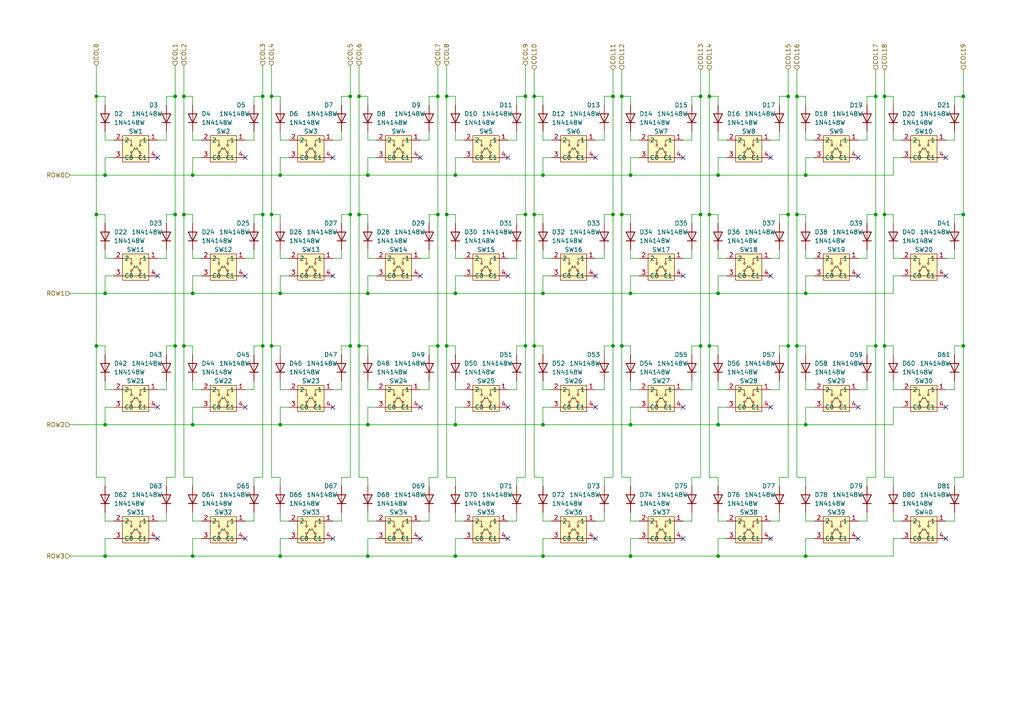
<source format=kicad_sch>
(kicad_sch (version 20231120) (generator "eeschema") (generator_version "8.0")
  (paper "A4")
  (junction (at 254 27.94))
  (junction (at 182.88 50.8))
  (junction (at 256.54 27.94))
  (junction (at 208.28 85.09))
  (junction (at 104.14 62.23))
  (junction (at 27.94 27.94))
  (junction (at 30.48 50.8))
  (junction (at 228.6 100.33))
  (junction (at 228.6 62.23))
  (junction (at 180.34 62.23))
  (junction (at 30.48 161.29))
  (junction (at 152.4 62.23))
  (junction (at 182.88 161.29))
  (junction (at 132.08 85.09))
  (junction (at 30.48 123.19))
  (junction (at 27.94 100.33))
  (junction (at 256.54 100.33))
  (junction (at 154.94 62.23))
  (junction (at 76.2 27.94))
  (junction (at 55.88 50.8))
  (junction (at 129.54 62.23))
  (junction (at 127 27.94))
  (junction (at 228.6 27.94))
  (junction (at 279.4 27.94))
  (junction (at 233.68 161.29))
  (junction (at 132.08 50.8))
  (junction (at 203.2 62.23))
  (junction (at 78.74 62.23))
  (junction (at 132.08 161.29))
  (junction (at 129.54 100.33))
  (junction (at 127 100.33))
  (junction (at 101.6 27.94))
  (junction (at 101.6 62.23))
  (junction (at 106.68 123.19))
  (junction (at 233.68 123.19))
  (junction (at 279.4 100.33))
  (junction (at 81.28 50.8))
  (junction (at 154.94 100.33))
  (junction (at 104.14 27.94))
  (junction (at 279.4 62.23))
  (junction (at 53.34 62.23))
  (junction (at 104.14 100.33))
  (junction (at 81.28 123.19))
  (junction (at 256.54 62.23))
  (junction (at 157.48 123.19))
  (junction (at 30.48 85.09))
  (junction (at 205.74 27.94))
  (junction (at 101.6 100.33))
  (junction (at 177.8 62.23))
  (junction (at 106.68 50.8))
  (junction (at 254 100.33))
  (junction (at 180.34 100.33))
  (junction (at 152.4 27.94))
  (junction (at 129.54 27.94))
  (junction (at 182.88 85.09))
  (junction (at 55.88 161.29))
  (junction (at 154.94 27.94))
  (junction (at 132.08 123.19))
  (junction (at 157.48 50.8))
  (junction (at 208.28 161.29))
  (junction (at 233.68 50.8))
  (junction (at 208.28 123.19))
  (junction (at 76.2 100.33))
  (junction (at 27.94 62.23))
  (junction (at 50.8 27.94))
  (junction (at 203.2 100.33))
  (junction (at 50.8 62.23))
  (junction (at 231.14 27.94))
  (junction (at 205.74 100.33))
  (junction (at 76.2 62.23))
  (junction (at 152.4 100.33))
  (junction (at 81.28 85.09))
  (junction (at 157.48 161.29))
  (junction (at 231.14 62.23))
  (junction (at 254 62.23))
  (junction (at 177.8 100.33))
  (junction (at 53.34 100.33))
  (junction (at 106.68 85.09))
  (junction (at 55.88 85.09))
  (junction (at 205.74 62.23))
  (junction (at 182.88 123.19))
  (junction (at 78.74 27.94))
  (junction (at 180.34 27.94))
  (junction (at 53.34 27.94))
  (junction (at 157.48 85.09))
  (junction (at 106.68 161.29))
  (junction (at 127 62.23))
  (junction (at 177.8 27.94))
  (junction (at 78.74 100.33))
  (junction (at 231.14 100.33))
  (junction (at 233.68 85.09))
  (junction (at 208.28 50.8))
  (junction (at 203.2 27.94))
  (junction (at 81.28 161.29))
  (junction (at 50.8 100.33))
  (junction (at 55.88 123.19))
  (no_connect (at 172.72 45.72))
  (no_connect (at 121.92 156.21))
  (no_connect (at 121.92 45.72))
  (no_connect (at 147.32 45.72))
  (no_connect (at 71.12 80.01))
  (no_connect (at 71.12 156.21))
  (no_connect (at 198.12 118.11))
  (no_connect (at 45.72 80.01))
  (no_connect (at 223.52 80.01))
  (no_connect (at 248.92 156.21))
  (no_connect (at 96.52 156.21))
  (no_connect (at 248.92 80.01))
  (no_connect (at 223.52 118.11))
  (no_connect (at 274.32 80.01))
  (no_connect (at 198.12 45.72))
  (no_connect (at 45.72 45.72))
  (no_connect (at 45.72 156.21))
  (no_connect (at 147.32 80.01))
  (no_connect (at 71.12 118.11))
  (no_connect (at 172.72 80.01))
  (no_connect (at 147.32 118.11))
  (no_connect (at 223.52 156.21))
  (no_connect (at 248.92 118.11))
  (no_connect (at 274.32 45.72))
  (no_connect (at 71.12 45.72))
  (no_connect (at 96.52 80.01))
  (no_connect (at 223.52 45.72))
  (no_connect (at 274.32 156.21))
  (no_connect (at 96.52 45.72))
  (no_connect (at 45.72 118.11))
  (no_connect (at 198.12 80.01))
  (no_connect (at 147.32 156.21))
  (no_connect (at 121.92 118.11))
  (no_connect (at 248.92 45.72))
  (no_connect (at 121.92 80.01))
  (no_connect (at 198.12 156.21))
  (no_connect (at 274.32 118.11))
  (no_connect (at 96.52 118.11))
  (no_connect (at 172.72 118.11))
  (no_connect (at 172.72 156.21))
  (wire (pts (xy 71.12 113.03) (xy 73.66 113.03)))
  (wire (pts (xy 251.46 27.94) (xy 254 27.94)))
  (wire (pts (xy 205.74 27.94) (xy 205.74 62.23)))
  (wire (pts (xy 157.48 38.1) (xy 157.48 40.64)))
  (wire (pts (xy 48.26 30.48) (xy 48.26 27.94)))
  (wire (pts (xy 276.86 72.39) (xy 276.86 74.93)))
  (wire (pts (xy 203.2 100.33) (xy 203.2 138.43)))
  (wire (pts (xy 259.08 113.03) (xy 261.62 113.03)))
  (wire (pts (xy 50.8 100.33) (xy 50.8 138.43)))
  (wire (pts (xy 226.06 72.39) (xy 226.06 74.93)))
  (wire (pts (xy 259.08 38.1) (xy 259.08 40.64)))
  (wire (pts (xy 106.68 74.93) (xy 109.22 74.93)))
  (wire (pts (xy 76.2 27.94) (xy 76.2 62.23)))
  (wire (pts (xy 132.08 161.29) (xy 132.08 156.21)))
  (wire (pts (xy 226.06 62.23) (xy 228.6 62.23)))
  (wire (pts (xy 132.08 45.72) (xy 134.62 45.72)))
  (wire (pts (xy 152.4 62.23) (xy 152.4 27.94)))
  (wire (pts (xy 157.48 74.93) (xy 160.02 74.93)))
  (wire (pts (xy 124.46 27.94) (xy 127 27.94)))
  (wire (pts (xy 45.72 151.13) (xy 48.26 151.13)))
  (wire (pts (xy 101.6 19.05) (xy 101.6 27.94)))
  (wire (pts (xy 20.32 85.09) (xy 30.48 85.09)))
  (wire (pts (xy 200.66 30.48) (xy 200.66 27.94)))
  (wire (pts (xy 210.82 156.21) (xy 208.28 156.21)))
  (wire (pts (xy 226.06 102.87) (xy 226.06 100.33)))
  (wire (pts (xy 127 100.33) (xy 127 138.43)))
  (wire (pts (xy 50.8 19.05) (xy 50.8 27.94)))
  (wire (pts (xy 30.48 38.1) (xy 30.48 40.64)))
  (wire (pts (xy 30.48 151.13) (xy 33.02 151.13)))
  (wire (pts (xy 55.88 100.33) (xy 53.34 100.33)))
  (wire (pts (xy 157.48 45.72) (xy 157.48 50.8)))
  (wire (pts (xy 175.26 27.94) (xy 177.8 27.94)))
  (wire (pts (xy 231.14 20.32) (xy 231.14 27.94)))
  (wire (pts (xy 124.46 110.49) (xy 124.46 113.03)))
  (wire (pts (xy 276.86 64.77) (xy 276.86 62.23)))
  (wire (pts (xy 208.28 27.94) (xy 205.74 27.94)))
  (wire (pts (xy 182.88 156.21) (xy 182.88 161.29)))
  (wire (pts (xy 73.66 110.49) (xy 73.66 113.03)))
  (wire (pts (xy 157.48 161.29) (xy 182.88 161.29)))
  (wire (pts (xy 157.48 40.64) (xy 160.02 40.64)))
  (wire (pts (xy 157.48 45.72) (xy 160.02 45.72)))
  (wire (pts (xy 81.28 74.93) (xy 83.82 74.93)))
  (wire (pts (xy 27.94 27.94) (xy 30.48 27.94)))
  (wire (pts (xy 256.54 62.23) (xy 259.08 62.23)))
  (wire (pts (xy 30.48 110.49) (xy 30.48 113.03)))
  (wire (pts (xy 228.6 62.23) (xy 228.6 100.33)))
  (wire (pts (xy 182.88 40.64) (xy 185.42 40.64)))
  (wire (pts (xy 208.28 74.93) (xy 210.82 74.93)))
  (wire (pts (xy 172.72 74.93) (xy 175.26 74.93)))
  (wire (pts (xy 132.08 80.01) (xy 132.08 85.09)))
  (wire (pts (xy 55.88 85.09) (xy 81.28 85.09)))
  (wire (pts (xy 259.08 45.72) (xy 259.08 50.8)))
  (wire (pts (xy 233.68 156.21) (xy 233.68 161.29)))
  (wire (pts (xy 73.66 64.77) (xy 73.66 62.23)))
  (wire (pts (xy 30.48 74.93) (xy 33.02 74.93)))
  (wire (pts (xy 99.06 62.23) (xy 101.6 62.23)))
  (wire (pts (xy 248.92 40.64) (xy 251.46 40.64)))
  (wire (pts (xy 55.88 110.49) (xy 55.88 113.03)))
  (wire (pts (xy 208.28 72.39) (xy 208.28 74.93)))
  (wire (pts (xy 180.34 62.23) (xy 180.34 100.33)))
  (wire (pts (xy 254 100.33) (xy 254 138.43)))
  (wire (pts (xy 81.28 151.13) (xy 83.82 151.13)))
  (wire (pts (xy 53.34 100.33) (xy 53.34 138.43)))
  (wire (pts (xy 132.08 151.13) (xy 134.62 151.13)))
  (wire (pts (xy 200.66 72.39) (xy 200.66 74.93)))
  (wire (pts (xy 27.94 62.23) (xy 27.94 100.33)))
  (wire (pts (xy 274.32 151.13) (xy 276.86 151.13)))
  (wire (pts (xy 233.68 40.64) (xy 236.22 40.64)))
  (wire (pts (xy 71.12 40.64) (xy 73.66 40.64)))
  (wire (pts (xy 81.28 113.03) (xy 83.82 113.03)))
  (wire (pts (xy 99.06 138.43) (xy 101.6 138.43)))
  (wire (pts (xy 198.12 151.13) (xy 200.66 151.13)))
  (wire (pts (xy 248.92 151.13) (xy 251.46 151.13)))
  (wire (pts (xy 30.48 102.87) (xy 30.48 100.33)))
  (wire (pts (xy 175.26 30.48) (xy 175.26 27.94)))
  (wire (pts (xy 106.68 140.97) (xy 106.68 138.43)))
  (wire (pts (xy 231.14 138.43) (xy 233.68 138.43)))
  (wire (pts (xy 132.08 74.93) (xy 134.62 74.93)))
  (wire (pts (xy 81.28 80.01) (xy 83.82 80.01)))
  (wire (pts (xy 124.46 148.59) (xy 124.46 151.13)))
  (wire (pts (xy 55.88 123.19) (xy 81.28 123.19)))
  (wire (pts (xy 208.28 148.59) (xy 208.28 151.13)))
  (wire (pts (xy 81.28 85.09) (xy 106.68 85.09)))
  (wire (pts (xy 149.86 148.59) (xy 149.86 151.13)))
  (wire (pts (xy 50.8 62.23) (xy 50.8 100.33)))
  (wire (pts (xy 177.8 100.33) (xy 177.8 138.43)))
  (wire (pts (xy 99.06 140.97) (xy 99.06 138.43)))
  (wire (pts (xy 233.68 102.87) (xy 233.68 100.33)))
  (wire (pts (xy 254 20.32) (xy 254 27.94)))
  (wire (pts (xy 132.08 45.72) (xy 132.08 50.8)))
  (wire (pts (xy 30.48 161.29) (xy 55.88 161.29)))
  (wire (pts (xy 55.88 64.77) (xy 55.88 62.23)))
  (wire (pts (xy 81.28 50.8) (xy 106.68 50.8)))
  (wire (pts (xy 48.26 64.77) (xy 48.26 62.23)))
  (wire (pts (xy 157.48 123.19) (xy 182.88 123.19)))
  (wire (pts (xy 182.88 118.11) (xy 182.88 123.19)))
  (wire (pts (xy 200.66 110.49) (xy 200.66 113.03)))
  (wire (pts (xy 200.66 64.77) (xy 200.66 62.23)))
  (wire (pts (xy 109.22 118.11) (xy 106.68 118.11)))
  (wire (pts (xy 104.14 100.33) (xy 104.14 138.43)))
  (wire (pts (xy 276.86 102.87) (xy 276.86 100.33)))
  (wire (pts (xy 154.94 62.23) (xy 154.94 100.33)))
  (wire (pts (xy 55.88 161.29) (xy 81.28 161.29)))
  (wire (pts (xy 254 27.94) (xy 254 62.23)))
  (wire (pts (xy 233.68 113.03) (xy 236.22 113.03)))
  (wire (pts (xy 147.32 40.64) (xy 149.86 40.64)))
  (wire (pts (xy 78.74 27.94) (xy 78.74 62.23)))
  (wire (pts (xy 99.06 148.59) (xy 99.06 151.13)))
  (wire (pts (xy 231.14 27.94) (xy 231.14 62.23)))
  (wire (pts (xy 53.34 19.05) (xy 53.34 27.94)))
  (wire (pts (xy 256.54 100.33) (xy 256.54 138.43)))
  (wire (pts (xy 251.46 62.23) (xy 254 62.23)))
  (wire (pts (xy 106.68 161.29) (xy 132.08 161.29)))
  (wire (pts (xy 132.08 156.21) (xy 134.62 156.21)))
  (wire (pts (xy 81.28 138.43) (xy 81.28 140.97)))
  (wire (pts (xy 205.74 20.32) (xy 205.74 27.94)))
  (wire (pts (xy 33.02 45.72) (xy 30.48 45.72)))
  (wire (pts (xy 205.74 100.33) (xy 205.74 138.43)))
  (wire (pts (xy 233.68 110.49) (xy 233.68 113.03)))
  (wire (pts (xy 124.46 30.48) (xy 124.46 27.94)))
  (wire (pts (xy 99.06 30.48) (xy 99.06 27.94)))
  (wire (pts (xy 259.08 45.72) (xy 261.62 45.72)))
  (wire (pts (xy 33.02 118.11) (xy 30.48 118.11)))
  (wire (pts (xy 55.88 45.72) (xy 55.88 50.8)))
  (wire (pts (xy 198.12 40.64) (xy 200.66 40.64)))
  (wire (pts (xy 53.34 62.23) (xy 53.34 100.33)))
  (wire (pts (xy 96.52 74.93) (xy 99.06 74.93)))
  (wire (pts (xy 81.28 72.39) (xy 81.28 74.93)))
  (wire (pts (xy 182.88 102.87) (xy 182.88 100.33)))
  (wire (pts (xy 172.72 113.03) (xy 175.26 113.03)))
  (wire (pts (xy 96.52 113.03) (xy 99.06 113.03)))
  (wire (pts (xy 226.06 30.48) (xy 226.06 27.94)))
  (wire (pts (xy 30.48 156.21) (xy 30.48 161.29)))
  (wire (pts (xy 73.66 100.33) (xy 76.2 100.33)))
  (wire (pts (xy 73.66 27.94) (xy 76.2 27.94)))
  (wire (pts (xy 223.52 74.93) (xy 226.06 74.93)))
  (wire (pts (xy 106.68 138.43) (xy 104.14 138.43)))
  (wire (pts (xy 129.54 62.23) (xy 132.08 62.23)))
  (wire (pts (xy 124.46 72.39) (xy 124.46 74.93)))
  (wire (pts (xy 48.26 148.59) (xy 48.26 151.13)))
  (wire (pts (xy 226.06 100.33) (xy 228.6 100.33)))
  (wire (pts (xy 96.52 151.13) (xy 99.06 151.13)))
  (wire (pts (xy 205.74 138.43) (xy 208.28 138.43)))
  (wire (pts (xy 182.88 161.29) (xy 208.28 161.29)))
  (wire (pts (xy 132.08 110.49) (xy 132.08 113.03)))
  (wire (pts (xy 259.08 74.93) (xy 261.62 74.93)))
  (wire (pts (xy 81.28 148.59) (xy 81.28 151.13)))
  (wire (pts (xy 259.08 156.21) (xy 259.08 161.29)))
  (wire (pts (xy 55.88 45.72) (xy 58.42 45.72)))
  (wire (pts (xy 76.2 138.43) (xy 73.66 138.43)))
  (wire (pts (xy 185.42 156.21) (xy 182.88 156.21)))
  (wire (pts (xy 106.68 156.21) (xy 106.68 161.29)))
  (wire (pts (xy 200.66 100.33) (xy 203.2 100.33)))
  (wire (pts (xy 106.68 72.39) (xy 106.68 74.93)))
  (wire (pts (xy 223.52 113.03) (xy 226.06 113.03)))
  (wire (pts (xy 203.2 62.23) (xy 203.2 100.33)))
  (wire (pts (xy 132.08 148.59) (xy 132.08 151.13)))
  (wire (pts (xy 106.68 110.49) (xy 106.68 113.03)))
  (wire (pts (xy 279.4 27.94) (xy 279.4 62.23)))
  (wire (pts (xy 259.08 151.13) (xy 261.62 151.13)))
  (wire (pts (xy 124.46 38.1) (xy 124.46 40.64)))
  (wire (pts (xy 30.48 80.01) (xy 30.48 85.09)))
  (wire (pts (xy 30.48 140.97) (xy 30.48 138.43)))
  (wire (pts (xy 236.22 156.21) (xy 233.68 156.21)))
  (wire (pts (xy 259.08 138.43) (xy 259.08 140.97)))
  (wire (pts (xy 78.74 138.43) (xy 81.28 138.43)))
  (wire (pts (xy 81.28 38.1) (xy 81.28 40.64)))
  (wire (pts (xy 149.86 102.87) (xy 149.86 100.33)))
  (wire (pts (xy 274.32 74.93) (xy 276.86 74.93)))
  (wire (pts (xy 30.48 138.43) (xy 27.94 138.43)))
  (wire (pts (xy 106.68 85.09) (xy 132.08 85.09)))
  (wire (pts (xy 27.94 100.33) (xy 27.94 138.43)))
  (wire (pts (xy 127 62.23) (xy 127 100.33)))
  (wire (pts (xy 182.88 151.13) (xy 185.42 151.13)))
  (wire (pts (xy 182.88 45.72) (xy 185.42 45.72)))
  (wire (pts (xy 226.06 140.97) (xy 226.06 138.43)))
  (wire (pts (xy 73.66 148.59) (xy 73.66 151.13)))
  (wire (pts (xy 200.66 138.43) (xy 203.2 138.43)))
  (wire (pts (xy 132.08 64.77) (xy 132.08 62.23)))
  (wire (pts (xy 276.86 27.94) (xy 279.4 27.94)))
  (wire (pts (xy 157.48 64.77) (xy 157.48 62.23)))
  (wire (pts (xy 106.68 113.03) (xy 109.22 113.03)))
  (wire (pts (xy 256.54 20.32) (xy 256.54 27.94)))
  (wire (pts (xy 132.08 27.94) (xy 129.54 27.94)))
  (wire (pts (xy 182.88 113.03) (xy 185.42 113.03)))
  (wire (pts (xy 208.28 85.09) (xy 233.68 85.09)))
  (wire (pts (xy 182.88 85.09) (xy 208.28 85.09)))
  (wire (pts (xy 180.34 62.23) (xy 182.88 62.23)))
  (wire (pts (xy 177.8 62.23) (xy 177.8 100.33)))
  (wire (pts (xy 208.28 156.21) (xy 208.28 161.29)))
  (wire (pts (xy 208.28 64.77) (xy 208.28 62.23)))
  (wire (pts (xy 132.08 40.64) (xy 134.62 40.64)))
  (wire (pts (xy 154.94 138.43) (xy 157.48 138.43)))
  (wire (pts (xy 154.94 27.94) (xy 154.94 62.23)))
  (wire (pts (xy 200.66 148.59) (xy 200.66 151.13)))
  (wire (pts (xy 71.12 151.13) (xy 73.66 151.13)))
  (wire (pts (xy 55.88 80.01) (xy 58.42 80.01)))
  (wire (pts (xy 149.86 138.43) (xy 152.4 138.43)))
  (wire (pts (xy 33.02 80.01) (xy 30.48 80.01)))
  (wire (pts (xy 20.32 161.29) (xy 30.48 161.29)))
  (wire (pts (xy 251.46 148.59) (xy 251.46 151.13)))
  (wire (pts (xy 233.68 123.19) (xy 259.08 123.19)))
  (wire (pts (xy 208.28 80.01) (xy 208.28 85.09)))
  (wire (pts (xy 177.8 27.94) (xy 177.8 62.23)))
  (wire (pts (xy 182.88 80.01) (xy 182.88 85.09)))
  (wire (pts (xy 55.88 74.93) (xy 58.42 74.93)))
  (wire (pts (xy 30.48 30.48) (xy 30.48 27.94)))
  (wire (pts (xy 127 27.94) (xy 127 62.23)))
  (wire (pts (xy 55.88 140.97) (xy 55.88 138.43)))
  (wire (pts (xy 27.94 27.94) (xy 27.94 62.23)))
  (wire (pts (xy 182.88 45.72) (xy 182.88 50.8)))
  (wire (pts (xy 55.88 113.03) (xy 58.42 113.03)))
  (wire (pts (xy 233.68 45.72) (xy 233.68 50.8)))
  (wire (pts (xy 226.06 64.77) (xy 226.06 62.23)))
  (wire (pts (xy 30.48 72.39) (xy 30.48 74.93)))
  (wire (pts (xy 231.14 62.23) (xy 231.14 100.33)))
  (wire (pts (xy 48.26 62.23) (xy 50.8 62.23)))
  (wire (pts (xy 149.86 27.94) (xy 152.4 27.94)))
  (wire (pts (xy 55.88 72.39) (xy 55.88 74.93)))
  (wire (pts (xy 233.68 85.09) (xy 259.08 85.09)))
  (wire (pts (xy 259.08 148.59) (xy 259.08 151.13)))
  (wire (pts (xy 129.54 138.43) (xy 132.08 138.43)))
  (wire (pts (xy 124.46 138.43) (xy 127 138.43)))
  (wire (pts (xy 233.68 118.11) (xy 233.68 123.19)))
  (wire (pts (xy 48.26 102.87) (xy 48.26 100.33)))
  (wire (pts (xy 157.48 118.11) (xy 157.48 123.19)))
  (wire (pts (xy 185.42 80.01) (xy 182.88 80.01)))
  (wire (pts (xy 259.08 118.11) (xy 261.62 118.11)))
  (wire (pts (xy 76.2 62.23) (xy 76.2 100.33)))
  (wire (pts (xy 182.88 138.43) (xy 182.88 140.97)))
  (wire (pts (xy 55.88 40.64) (xy 58.42 40.64)))
  (wire (pts (xy 73.66 38.1) (xy 73.66 40.64)))
  (wire (pts (xy 175.26 62.23) (xy 177.8 62.23)))
  (wire (pts (xy 157.48 72.39) (xy 157.48 74.93)))
  (wire (pts (xy 175.26 138.43) (xy 177.8 138.43)))
  (wire (pts (xy 276.86 38.1) (xy 276.86 40.64)))
  (wire (pts (xy 223.52 40.64) (xy 226.06 40.64)))
  (wire (pts (xy 182.88 38.1) (xy 182.88 40.64)))
  (wire (pts (xy 160.02 118.11) (xy 157.48 118.11)))
  (wire (pts (xy 259.08 80.01) (xy 261.62 80.01)))
  (wire (pts (xy 106.68 45.72) (xy 109.22 45.72)))
  (wire (pts (xy 259.08 102.87) (xy 259.08 100.33)))
  (wire (pts (xy 276.86 110.49) (xy 276.86 113.03)))
  (wire (pts (xy 180.34 20.32) (xy 180.34 27.94)))
  (wire (pts (xy 259.08 30.48) (xy 259.08 27.94)))
  (wire (pts (xy 30.48 118.11) (xy 30.48 123.19)))
  (wire (pts (xy 73.66 102.87) (xy 73.66 100.33)))
  (wire (pts (xy 104.14 19.05) (xy 104.14 27.94)))
  (wire (pts (xy 124.46 140.97) (xy 124.46 138.43)))
  (wire (pts (xy 154.94 100.33) (xy 157.48 100.33)))
  (wire (pts (xy 30.48 64.77) (xy 30.48 62.23)))
  (wire (pts (xy 233.68 138.43) (xy 233.68 140.97)))
  (wire (pts (xy 259.08 40.64) (xy 261.62 40.64)))
  (wire (pts (xy 76.2 19.05) (xy 76.2 27.94)))
  (wire (pts (xy 78.74 62.23) (xy 81.28 62.23)))
  (wire (pts (xy 73.66 30.48) (xy 73.66 27.94)))
  (wire (pts (xy 99.06 38.1) (xy 99.06 40.64)))
  (wire (pts (xy 30.48 100.33) (xy 27.94 100.33)))
  (wire (pts (xy 203.2 20.32) (xy 203.2 27.94)))
  (wire (pts (xy 208.28 30.48) (xy 208.28 27.94)))
  (wire (pts (xy 182.88 148.59) (xy 182.88 151.13)))
  (wire (pts (xy 175.26 110.49) (xy 175.26 113.03)))
  (wire (pts (xy 132.08 113.03) (xy 134.62 113.03)))
  (wire (pts (xy 276.86 148.59) (xy 276.86 151.13)))
  (wire (pts (xy 55.88 62.23) (xy 53.34 62.23)))
  (wire (pts (xy 180.34 138.43) (xy 182.88 138.43)))
  (wire (pts (xy 132.08 30.48) (xy 132.08 27.94)))
  (wire (pts (xy 129.54 27.94) (xy 129.54 62.23)))
  (wire (pts (xy 233.68 30.48) (xy 233.68 27.94)))
  (wire (pts (xy 121.92 74.93) (xy 124.46 74.93)))
  (wire (pts (xy 30.48 45.72) (xy 30.48 50.8)))
  (wire (pts (xy 256.54 138.43) (xy 259.08 138.43)))
  (wire (pts (xy 259.08 72.39) (xy 259.08 74.93)))
  (wire (pts (xy 157.48 151.13) (xy 160.02 151.13)))
  (wire (pts (xy 33.02 156.21) (xy 30.48 156.21)))
  (wire (pts (xy 226.06 138.43) (xy 228.6 138.43)))
  (wire (pts (xy 233.68 80.01) (xy 233.68 85.09)))
  (wire (pts (xy 175.26 148.59) (xy 175.26 151.13)))
  (wire (pts (xy 154.94 62.23) (xy 157.48 62.23)))
  (wire (pts (xy 251.46 64.77) (xy 251.46 62.23)))
  (wire (pts (xy 152.4 19.05) (xy 152.4 27.94)))
  (wire (pts (xy 106.68 123.19) (xy 132.08 123.19)))
  (wire (pts (xy 157.48 27.94) (xy 154.94 27.94)))
  (wire (pts (xy 177.8 20.32) (xy 177.8 27.94)))
  (wire (pts (xy 45.72 113.03) (xy 48.26 113.03)))
  (wire (pts (xy 55.88 118.11) (xy 55.88 123.19)))
  (wire (pts (xy 55.88 148.59) (xy 55.88 151.13)))
  (wire (pts (xy 101.6 62.23) (xy 101.6 100.33)))
  (wire (pts (xy 129.54 62.23) (xy 129.54 100.33)))
  (wire (pts (xy 45.72 40.64) (xy 48.26 40.64)))
  (wire (pts (xy 104.14 62.23) (xy 106.68 62.23)))
  (wire (pts (xy 30.48 62.23) (xy 27.94 62.23)))
  (wire (pts (xy 223.52 151.13) (xy 226.06 151.13)))
  (wire (pts (xy 124.46 100.33) (xy 127 100.33)))
  (wire (pts (xy 124.46 102.87) (xy 124.46 100.33)))
  (wire (pts (xy 96.52 40.64) (xy 99.06 40.64)))
  (wire (pts (xy 208.28 45.72) (xy 208.28 50.8)))
  (wire (pts (xy 233.68 27.94) (xy 231.14 27.94)))
  (wire (pts (xy 251.46 140.97) (xy 251.46 138.43)))
  (wire (pts (xy 251.46 38.1) (xy 251.46 40.64)))
  (wire (pts (xy 30.48 123.19) (xy 55.88 123.19)))
  (wire (pts (xy 99.06 102.87) (xy 99.06 100.33)))
  (wire (pts (xy 106.68 151.13) (xy 109.22 151.13)))
  (wire (pts (xy 129.54 100.33) (xy 132.08 100.33)))
  (wire (pts (xy 276.86 30.48) (xy 276.86 27.94)))
  (wire (pts (xy 172.72 40.64) (xy 175.26 40.64)))
  (wire (pts (xy 233.68 72.39) (xy 233.68 74.93)))
  (wire (pts (xy 20.32 123.19) (xy 30.48 123.19)))
  (wire (pts (xy 81.28 64.77) (xy 81.28 62.23)))
  (wire (pts (xy 149.86 30.48) (xy 149.86 27.94)))
  (wire (pts (xy 101.6 100.33) (xy 101.6 138.43)))
  (wire (pts (xy 228.6 20.32) (xy 228.6 27.94)))
  (wire (pts (xy 48.26 72.39) (xy 48.26 74.93)))
  (wire (pts (xy 226.06 148.59) (xy 226.06 151.13)))
  (wire (pts (xy 27.94 19.05) (xy 27.94 27.94)))
  (wire (pts (xy 251.46 138.43) (xy 254 138.43)))
  (wire (pts (xy 121.92 40.64) (xy 124.46 40.64)))
  (wire (pts (xy 78.74 19.05) (xy 78.74 27.94)))
  (wire (pts (xy 205.74 62.23) (xy 205.74 100.33)))
  (wire (pts (xy 124.46 64.77) (xy 124.46 62.23)))
  (wire (pts (xy 157.48 30.48) (xy 157.48 27.94)))
  (wire (pts (xy 109.22 156.21) (xy 106.68 156.21)))
  (wire (pts (xy 233.68 38.1) (xy 233.68 40.64)))
  (wire (pts (xy 157.48 50.8) (xy 182.88 50.8)))
  (wire (pts (xy 251.46 110.49) (xy 251.46 113.03)))
  (wire (pts (xy 48.26 140.97) (xy 48.26 138.43)))
  (wire (pts (xy 200.66 62.23) (xy 203.2 62.23)))
  (wire (pts (xy 81.28 123.19) (xy 106.68 123.19)))
  (wire (pts (xy 104.14 62.23) (xy 104.14 100.33)))
  (wire (pts (xy 251.46 30.48) (xy 251.46 27.94)))
  (wire (pts (xy 231.14 100.33) (xy 231.14 138.43)))
  (wire (pts (xy 132.08 123.19) (xy 132.08 118.11)))
  (wire (pts (xy 30.48 148.59) (xy 30.48 151.13)))
  (wire (pts (xy 132.08 85.09) (xy 157.48 85.09)))
  (wire (pts (xy 208.28 151.13) (xy 210.82 151.13)))
  (wire (pts (xy 99.06 72.39) (xy 99.06 74.93)))
  (wire (pts (xy 149.86 100.33) (xy 152.4 100.33)))
  (wire (pts (xy 149.86 110.49) (xy 149.86 113.03)))
  (wire (pts (xy 208.28 50.8) (xy 233.68 50.8)))
  (wire (pts (xy 256.54 100.33) (xy 259.08 100.33)))
  (wire (pts (xy 132.08 102.87) (xy 132.08 100.33)))
  (wire (pts (xy 182.88 50.8) (xy 208.28 50.8)))
  (wire (pts (xy 83.82 118.11) (xy 81.28 118.11)))
  (wire (pts (xy 45.72 74.93) (xy 48.26 74.93)))
  (wire (pts (xy 81.28 40.64) (xy 83.82 40.64)))
  (wire (pts (xy 78.74 100.33) (xy 81.28 100.33)))
  (wire (pts (xy 160.02 80.01) (xy 157.48 80.01)))
  (wire (pts (xy 226.06 38.1) (xy 226.06 40.64)))
  (wire (pts (xy 210.82 80.01) (xy 208.28 80.01)))
  (wire (pts (xy 172.72 151.13) (xy 175.26 151.13)))
  (wire (pts (xy 149.86 140.97) (xy 149.86 138.43)))
  (wire (pts (xy 200.66 140.97) (xy 200.66 138.43)))
  (wire (pts (xy 81.28 118.11) (xy 81.28 123.19)))
  (wire (pts (xy 233.68 45.72) (xy 236.22 45.72)))
  (wire (pts (xy 154.94 20.32) (xy 154.94 27.94)))
  (wire (pts (xy 233.68 74.93) (xy 236.22 74.93)))
  (wire (pts (xy 180.34 27.94) (xy 180.34 62.23)))
  (wire (pts (xy 106.68 64.77) (xy 106.68 62.23)))
  (wire (pts (xy 55.88 50.8) (xy 81.28 50.8)))
  (wire (pts (xy 200.66 102.87) (xy 200.66 100.33)))
  (wire (pts (xy 233.68 151.13) (xy 236.22 151.13)))
  (wire (pts (xy 73.66 138.43) (xy 73.66 140.97)))
  (wire (pts (xy 157.48 110.49) (xy 157.48 113.03)))
  (wire (pts (xy 254 62.23) (xy 254 100.33)))
  (wire (pts (xy 208.28 102.87) (xy 208.28 100.33)))
  (wire (pts (xy 149.86 62.23) (xy 152.4 62.23)))
  (wire (pts (xy 73.66 72.39) (xy 73.66 74.93)))
  (wire (pts (xy 180.34 100.33) (xy 180.34 138.43)))
  (wire (pts (xy 157.48 85.09) (xy 182.88 85.09)))
  (wire (pts (xy 76.2 100.33) (xy 76.2 138.43)))
  (wire (pts (xy 99.06 27.94) (xy 101.6 27.94)))
  (wire (pts (xy 198.12 74.93) (xy 200.66 74.93)))
  (wire (pts (xy 81.28 161.29) (xy 106.68 161.29)))
  (wire (pts (xy 182.88 123.19) (xy 208.28 123.19)))
  (wire (pts (xy 182.88 74.93) (xy 185.42 74.93)))
  (wire (pts (xy 149.86 38.1) (xy 149.86 40.64)))
  (wire (pts (xy 259.08 64.77) (xy 259.08 62.23)))
  (wire (pts (xy 205.74 100.33) (xy 208.28 100.33)))
  (wire (pts (xy 30.48 40.64) (xy 33.02 40.64)))
  (wire (pts (xy 106.68 30.48) (xy 106.68 27.94)))
  (wire (pts (xy 210.82 118.11) (xy 208.28 118.11)))
  (wire (pts (xy 132.08 161.29) (xy 157.48 161.29)))
  (wire (pts (xy 81.28 27.94) (xy 78.74 27.94)))
  (wire (pts (xy 149.86 72.39) (xy 149.86 74.93)))
  (wire (pts (xy 30.48 85.09) (xy 55.88 85.09)))
  (wire (pts (xy 208.28 110.49) (xy 208.28 113.03)))
  (wire (pts (xy 233.68 161.29) (xy 259.08 161.29)))
  (wire (pts (xy 48.26 138.43) (xy 50.8 138.43)))
  (wire (pts (xy 208.28 138.43) (xy 208.28 140.97)))
  (wire (pts (xy 20.32 50.8) (xy 30.48 50.8)))
  (wire (pts (xy 55.88 38.1) (xy 55.88 40.64)))
  (wire (pts (xy 147.32 113.03) (xy 149.86 113.03)))
  (wire (pts (xy 106.68 27.94) (xy 104.14 27.94)))
  (wire (pts (xy 48.26 110.49) (xy 48.26 113.03)))
  (wire (pts (xy 276.86 138.43) (xy 279.4 138.43)))
  (wire (pts (xy 55.88 151.13) (xy 58.42 151.13)))
  (wire (pts (xy 236.22 80.01) (xy 233.68 80.01)))
  (wire (pts (xy 71.12 74.93) (xy 73.66 74.93)))
  (wire (pts (xy 233.68 50.8) (xy 259.08 50.8)))
  (wire (pts (xy 276.86 62.23) (xy 279.4 62.23)))
  (wire (pts (xy 58.42 156.21) (xy 55.88 156.21)))
  (wire (pts (xy 78.74 100.33) (xy 78.74 138.43)))
  (wire (pts (xy 208.28 40.64) (xy 210.82 40.64)))
  (wire (pts (xy 106.68 45.72) (xy 106.68 50.8)))
  (wire (pts (xy 231.14 62.23) (xy 233.68 62.23)))
  (wire (pts (xy 185.42 118.11) (xy 182.88 118.11)))
  (wire (pts (xy 106.68 50.8) (xy 132.08 50.8)))
  (wire (pts (xy 121.92 151.13) (xy 124.46 151.13)))
  (wire (pts (xy 121.92 113.03) (xy 124.46 113.03)))
  (wire (pts (xy 124.46 62.23) (xy 127 62.23)))
  (wire (pts (xy 175.26 72.39) (xy 175.26 74.93)))
  (wire (pts (xy 30.48 50.8) (xy 55.88 50.8)))
  (wire (pts (xy 256.54 27.94) (xy 256.54 62.23)))
  (wire (pts (xy 157.48 102.87) (xy 157.48 100.33)))
  (wire (pts (xy 157.48 113.03) (xy 160.02 113.03)))
  (wire (pts (xy 132.08 123.19) (xy 157.48 123.19)))
  (wire (pts (xy 129.54 100.33) (xy 129.54 138.43)))
  (wire (pts (xy 132.08 50.8) (xy 157.48 50.8)))
  (wire (pts (xy 279.4 100.33) (xy 279.4 138.43)))
  (wire (pts (xy 101.6 27.94) (xy 101.6 62.23)))
  (wire (pts (xy 231.14 100.33) (xy 233.68 100.33)))
  (wire (pts (xy 200.66 38.1) (xy 200.66 40.64)))
  (wire (pts (xy 208.28 38.1) (xy 208.28 40.64)))
  (wire (pts (xy 152.4 100.33) (xy 152.4 62.23)))
  (wire (pts (xy 48.26 27.94) (xy 50.8 27.94)))
  (wire (pts (xy 30.48 113.03) (xy 33.02 113.03)))
  (wire (pts (xy 81.28 80.01) (xy 81.28 85.09)))
  (wire (pts (xy 228.6 100.33) (xy 228.6 138.43)))
  (wire (pts (xy 50.8 27.94) (xy 50.8 62.23)))
  (wire (pts (xy 81.28 45.72) (xy 81.28 50.8)))
  (wire (pts (xy 274.32 40.64) (xy 276.86 40.64)))
  (wire (pts (xy 208.28 118.11) (xy 208.28 123.19)))
  (wire (pts (xy 81.28 30.48) (xy 81.28 27.94)))
  (wire (pts (xy 106.68 118.11) (xy 106.68 123.19)))
  (wire (pts (xy 205.74 62.23) (xy 208.28 62.23)))
  (wire (pts (xy 127 19.05) (xy 127 27.94)))
  (wire (pts (xy 182.88 64.77) (xy 182.88 62.23)))
  (wire (pts (xy 208.28 45.72) (xy 210.82 45.72)))
  (wire (pts (xy 106.68 80.01) (xy 106.68 85.09)))
  (wire (pts (xy 132.08 38.1) (xy 132.08 40.64)))
  (wire (pts (xy 157.48 138.43) (xy 157.48 140.97)))
  (wire (pts (xy 182.88 30.48) (xy 182.88 27.94)))
  (wire (pts (xy 251.46 102.87) (xy 251.46 100.33)))
  (wire (pts (xy 157.48 80.01) (xy 157.48 85.09)))
  (wire (pts (xy 175.26 102.87) (xy 175.26 100.33)))
  (wire (pts (xy 248.92 74.93) (xy 251.46 74.93)))
  (wire (pts (xy 279.4 20.32) (xy 279.4 27.94)))
  (wire (pts (xy 104.14 100.33) (xy 106.68 100.33)))
  (wire (pts (xy 259.08 110.49) (xy 259.08 113.03)))
  (wire (pts (xy 182.88 27.94) (xy 180.34 27.94)))
  (wire (pts (xy 259.08 156.21) (xy 261.62 156.21)))
  (wire (pts (xy 48.26 100.33) (xy 50.8 100.33)))
  (wire (pts (xy 106.68 38.1) (xy 106.68 40.64)))
  (wire (pts (xy 256.54 62.23) (xy 256.54 100.33)))
  (wire (pts (xy 106.68 40.64) (xy 109.22 40.64)))
  (wire (pts (xy 228.6 27.94) (xy 228.6 62.23)))
  (wire (pts (xy 276.86 140.97) (xy 276.86 138.43)))
  (wire (pts (xy 81.28 102.87) (xy 81.28 100.33)))
  (wire (pts (xy 157.48 156.21) (xy 157.48 161.29)))
  (wire (pts (xy 182.88 72.39) (xy 182.88 74.93)))
  (wire (pts (xy 132.08 80.01) (xy 134.62 80.01)))
  (wire (pts (xy 48.26 38.1) (xy 48.26 40.64)))
  (wire (pts (xy 279.4 62.23) (xy 279.4 100.33)))
  (wire (pts (xy 55.88 30.48) (xy 55.88 27.94)))
  (wire (pts (xy 99.06 100.33) (xy 101.6 100.33)))
  (wire (pts (xy 154.94 100.33) (xy 154.94 138.43)))
  (wire (pts (xy 106.68 80.01) (xy 109.22 80.01)))
  (wire (pts (xy 180.34 100.33) (xy 182.88 100.33)))
  (wire (pts (xy 149.86 64.77) (xy 149.86 62.23)))
  (wire (pts (xy 203.2 27.94) (xy 203.2 62.23)))
  (wire (pts (xy 81.28 156.21) (xy 81.28 161.29)))
  (wire (pts (xy 78.74 62.23) (xy 78.74 100.33)))
  (wire (pts (xy 175.26 140.97) (xy 175.26 138.43)))
  (wire (pts (xy 81.28 45.72) (xy 83.82 45.72)))
  (wire (pts (xy 274.32 113.03) (xy 276.86 113.03)))
  (wire (pts (xy 175.26 64.77) (xy 175.26 62.23)))
  (wire (pts (xy 236.22 118.11) (xy 233.68 118.11)))
  (wire (pts (xy 55.88 102.87) (xy 55.88 100.33)))
  (wire (pts (xy 81.28 110.49) (xy 81.28 113.03)))
  (wire (pts (xy 55.88 156.21) (xy 55.88 161.29)))
  (wire (pts (xy 106.68 148.59) (xy 106.68 151.13)))
  (wire (pts (xy 233.68 148.59) (xy 233.68 151.13)))
  (wire (pts (xy 182.88 110.49) (xy 182.88 113.03)))
  (wire (pts (xy 106.68 102.87) (xy 106.68 100.33)))
  (wire (pts (xy 157.48 148.59) (xy 157.48 151.13)))
  (wire (pts (xy 208.28 161.29) (xy 233.68 161.29)))
  (wire (pts (xy 58.42 118.11) (xy 55.88 118.11)))
  (wire (pts (xy 104.14 27.94) (xy 104.14 62.23)))
  (wire (pts (xy 259.08 118.11) (xy 259.08 123.19)))
  (wire (pts (xy 132.08 118.11) (xy 134.62 118.11)))
  (wire (pts (xy 83.82 156.21) (xy 81.28 156.21)))
  (wire (pts (xy 152.4 138.43) (xy 152.4 100.33)))
  (wire (pts (xy 175.26 100.33) (xy 177.8 100.33)))
  (wire (pts (xy 129.54 19.05) (xy 129.54 27.94)))
  (wire (pts (xy 251.46 72.39) (xy 251.46 74.93)))
  (wire (pts (xy 55.88 80.01) (xy 55.88 85.09)))
  (wire (pts (xy 99.06 110.49) (xy 99.06 113.03)))
  (wire (pts (xy 55.88 138.43) (xy 53.34 138.43)))
  (wire (pts (xy 233.68 64.77) (xy 233.68 62.23)))
  (wire (pts (xy 160.02 156.21) (xy 157.48 156.21)))
  (wire (pts (xy 259.08 80.01) (xy 259.08 85.09)))
  (wire (pts (xy 132.08 138.43) (xy 132.08 140.97)))
  (wire (pts (xy 147.32 74.93) (xy 149.86 74.93)))
  (wire (pts (xy 226.06 27.94) (xy 228.6 27.94)))
  (wire (pts (xy 251.46 100.33) (xy 254 100.33)))
  (wire (pts (xy 132.08 72.39) (xy 132.08 74.93)))
  (wire (pts (xy 259.08 27.94) (xy 256.54 27.94)))
  (wire (pts (xy 208.28 123.19) (xy 233.68 123.19)))
  (wire (pts (xy 208.28 113.03) (xy 210.82 113.03)))
  (wire (pts (xy 226.06 110.49) (xy 226.06 113.03)))
  (wire (pts (xy 53.34 27.94) (xy 53.34 62.23)))
  (wire (pts (xy 248.92 113.03) (xy 251.46 113.03)))
  (wire (pts (xy 73.66 62.23) (xy 76.2 62.23)))
  (wire (pts (xy 55.88 27.94) (xy 53.34 27.94)))
  (wire (pts (xy 175.26 38.1) (xy 175.26 40.64)))
  (wire (pts (xy 147.32 151.13) (xy 149.86 151.13)))
  (wire (pts (xy 200.66 27.94) (xy 203.2 27.94)))
  (wire (pts (xy 198.12 113.03) (xy 200.66 113.03)))
  (wire (pts (xy 276.86 100.33) (xy 279.4 100.33)))
  (wire (pts (xy 99.06 64.77) (xy 99.06 62.23)))
  (hierarchical_label "ROW2" (shape input) (at 20.32 123.19 180))
  (hierarchical_label "COL4" (shape input) (at 78.74 19.05 90))
  (hierarchical_label "COL12" (shape input) (at 180.34 20.32 90))
  (hierarchical_label "ROW0" (shape input) (at 20.32 50.8 180))
  (hierarchical_label "COL10" (shape input) (at 154.94 20.32 90))
  (hierarchical_label "COL7" (shape input) (at 127 19.05 90))
  (hierarchical_label "COL11" (shape input) (at 177.8 20.32 90))
  (hierarchical_label "COL6" (shape input) (at 104.14 19.05 90))
  (hierarchical_label "COL1" (shape input) (at 50.8 19.05 90))
  (hierarchical_label "COL18" (shape input) (at 256.54 20.32 90))
  (hierarchical_label "ROW1" (shape input) (at 20.32 85.09 180))
  (hierarchical_label "COL0" (shape input) (at 27.94 19.05 90))
  (hierarchical_label "COL14" (shape input) (at 205.74 20.32 90))
  (hierarchical_label "COL16" (shape input) (at 231.14 20.32 90))
  (hierarchical_label "COL9" (shape input) (at 152.4 19.05 90))
  (hierarchical_label "COL19" (shape input) (at 279.4 20.32 90))
  (hierarchical_label "COL3" (shape input) (at 76.2 19.05 90))
  (hierarchical_label "COL8" (shape input) (at 129.54 19.05 90))
  (hierarchical_label "COL2" (shape input) (at 53.34 19.05 90))
  (hierarchical_label "ROW3" (shape input) (at 20.32 161.29 180))
  (hierarchical_label "COL13" (shape input) (at 203.2 20.32 90))
  (hierarchical_label "COL5" (shape input) (at 101.6 19.05 90))
  (hierarchical_label "COL15" (shape input) (at 228.6 20.32 90))
  (hierarchical_label "COL17" (shape input) (at 254 20.32 90))
  (symbol (lib_id "Diode:1N4148W") (at 233.68 34.29 90) (unit 1)
    (property "Reference" "D18" (at 236.22 33.02 90) (effects (justify right)))
    (property "Value" "1N4148W" (at 236.22 35.56 90) (effects (justify right)))
    (property "Footprint" "Diode_SMD:D_SOD-123" (effects (hide yes)))
    (property "Datasheet" "https://www.vishay.com/docs/85748/1n4148w.pdf" (effects (hide yes)))
    (property "Sim.Device" "D" (effects (hide yes)))
    (property "Sim.Pins" "1=K 2=A" (effects (hide yes)))
  )
  (symbol (lib_id "Diode:1N4148W") (at 175.26 106.68 90) (unit 1)
    (property "Reference" "D53" (at 170.18 102.87 90) (effects (justify right)))
    (property "Value" "1N4148W" (at 165.1 105.41 90) (effects (justify right)))
    (property "Footprint" "Diode_SMD:D_SOD-123" (effects (hide yes)))
    (property "Datasheet" "https://www.vishay.com/docs/85748/1n4148w.pdf" (effects (hide yes)))
    (property "Sim.Device" "D" (effects (hide yes)))
    (property "Sim.Pins" "1=K 2=A" (effects (hide yes)))
  )
  (symbol (lib_id "Diode:1N4148W") (at 276.86 34.29 90) (unit 1)
    (property "Reference" "D21" (at 271.78 30.48 90) (effects (justify right)))
    (property "Value" "1N4148W" (at 266.7 33.02 90) (effects (justify right)))
    (property "Footprint" "Diode_SMD:D_SOD-123" (effects (hide yes)))
    (property "Datasheet" "https://www.vishay.com/docs/85748/1n4148w.pdf" (effects (hide yes)))
    (property "Sim.Device" "D" (effects (hide yes)))
    (property "Sim.Pins" "1=K 2=A" (effects (hide yes)))
  )
  (symbol (lib_id "Diode:1N4148W") (at 124.46 68.58 90) (unit 1)
    (property "Reference" "D29" (at 119.38 64.77 90) (effects (justify right)))
    (property "Value" "1N4148W" (at 114.3 67.31 90) (effects (justify right)))
    (property "Footprint" "Diode_SMD:D_SOD-123" (effects (hide yes)))
    (property "Datasheet" "https://www.vishay.com/docs/85748/1n4148w.pdf" (effects (hide yes)))
    (property "Sim.Device" "D" (effects (hide yes)))
    (property "Sim.Pins" "1=K 2=A" (effects (hide yes)))
  )
  (symbol (lib_id "NPS-102-668:NPS-102-668") (at 267.97 115.57 0) (unit 1)
    (property "Reference" "SW30" (at 267.97 110.49 0))
    (property "Value" "~" (at 267.97 115.57 0))
    (property "Footprint" "NPS-102-668:NPS-102-668" (effects (hide yes)))
  )
  (symbol (lib_id "NPS-102-668:NPS-102-668") (at 115.57 43.18 0) (unit 1)
    (property "Reference" "SW4" (at 115.57 38.1 0))
    (property "Value" "~" (at 115.57 43.18 0))
    (property "Footprint" "NPS-102-668:NPS-102-668" (effects (hide yes)))
  )
  (symbol (lib_id "Diode:1N4148W") (at 48.26 144.78 90) (unit 1)
    (property "Reference" "D63" (at 43.18 140.97 90) (effects (justify right)))
    (property "Value" "1N4148W" (at 38.1 143.51 90) (effects (justify right)))
    (property "Footprint" "Diode_SMD:D_SOD-123" (effects (hide yes)))
    (property "Datasheet" "https://www.vishay.com/docs/85748/1n4148w.pdf" (effects (hide yes)))
    (property "Sim.Device" "D" (effects (hide yes)))
    (property "Sim.Pins" "1=K 2=A" (effects (hide yes)))
  )
  (symbol (lib_id "NPS-102-668:NPS-102-668") (at 39.37 153.67 0) (unit 1)
    (property "Reference" "SW31" (at 39.37 148.59 0))
    (property "Value" "~" (at 39.37 153.67 0))
    (property "Footprint" "NPS-102-668:NPS-102-668" (effects (hide yes)))
  )
  (symbol (lib_id "Diode:1N4148W") (at 55.88 144.78 90) (unit 1)
    (property "Reference" "D64" (at 58.42 143.51 90) (effects (justify right)))
    (property "Value" "1N4148W" (at 58.42 146.05 90) (effects (justify right)))
    (property "Footprint" "Diode_SMD:D_SOD-123" (effects (hide yes)))
    (property "Datasheet" "https://www.vishay.com/docs/85748/1n4148w.pdf" (effects (hide yes)))
    (property "Sim.Device" "D" (effects (hide yes)))
    (property "Sim.Pins" "1=K 2=A" (effects (hide yes)))
  )
  (symbol (lib_id "Diode:1N4148W") (at 73.66 68.58 90) (unit 1)
    (property "Reference" "D25" (at 68.58 64.77 90) (effects (justify right)))
    (property "Value" "1N4148W" (at 63.5 67.31 90) (effects (justify right)))
    (property "Footprint" "Diode_SMD:D_SOD-123" (effects (hide yes)))
    (property "Datasheet" "https://www.vishay.com/docs/85748/1n4148w.pdf" (effects (hide yes)))
    (property "Sim.Device" "D" (effects (hide yes)))
    (property "Sim.Pins" "1=K 2=A" (effects (hide yes)))
  )
  (symbol (lib_id "Diode:1N4148W") (at 208.28 106.68 90) (unit 1)
    (property "Reference" "D56" (at 210.82 105.41 90) (effects (justify right)))
    (property "Value" "1N4148W" (at 210.82 107.95 90) (effects (justify right)))
    (property "Footprint" "Diode_SMD:D_SOD-123" (effects (hide yes)))
    (property "Datasheet" "https://www.vishay.com/docs/85748/1n4148w.pdf" (effects (hide yes)))
    (property "Sim.Device" "D" (effects (hide yes)))
    (property "Sim.Pins" "1=K 2=A" (effects (hide yes)))
  )
  (symbol (lib_id "NPS-102-668:NPS-102-668") (at 217.17 43.18 0) (unit 1)
    (property "Reference" "SW8" (at 217.17 38.1 0))
    (property "Value" "~" (at 217.17 43.18 0))
    (property "Footprint" "NPS-102-668:NPS-102-668" (effects (hide yes)))
  )
  (symbol (lib_id "NPS-102-668:NPS-102-668") (at 242.57 115.57 0) (unit 1)
    (property "Reference" "SW29" (at 242.57 110.49 0))
    (property "Value" "~" (at 242.57 115.57 0))
    (property "Footprint" "NPS-102-668:NPS-102-668" (effects (hide yes)))
  )
  (symbol (lib_id "Diode:1N4148W") (at 30.48 34.29 90) (unit 1)
    (property "Reference" "D2" (at 33.02 33.02 90) (effects (justify right)))
    (property "Value" "1N4148W" (at 33.02 35.56 90) (effects (justify right)))
    (property "Footprint" "Diode_SMD:D_SOD-123" (effects (hide yes)))
    (property "Datasheet" "https://www.vishay.com/docs/85748/1n4148w.pdf" (effects (hide yes)))
    (property "Sim.Device" "D" (effects (hide yes)))
    (property "Sim.Pins" "1=K 2=A" (effects (hide yes)))
  )
  (symbol (lib_id "Diode:1N4148W") (at 30.48 106.68 90) (unit 1)
    (property "Reference" "D42" (at 33.02 105.41 90) (effects (justify right)))
    (property "Value" "1N4148W" (at 33.02 107.95 90) (effects (justify right)))
    (property "Footprint" "Diode_SMD:D_SOD-123" (effects (hide yes)))
    (property "Datasheet" "https://www.vishay.com/docs/85748/1n4148w.pdf" (effects (hide yes)))
    (property "Sim.Device" "D" (effects (hide yes)))
    (property "Sim.Pins" "1=K 2=A" (effects (hide yes)))
  )
  (symbol (lib_id "Diode:1N4148W") (at 175.26 144.78 90) (unit 1)
    (property "Reference" "D73" (at 170.18 140.97 90) (effects (justify right)))
    (property "Value" "1N4148W" (at 165.1 143.51 90) (effects (justify right)))
    (property "Footprint" "Diode_SMD:D_SOD-123" (effects (hide yes)))
    (property "Datasheet" "https://www.vishay.com/docs/85748/1n4148w.pdf" (effects (hide yes)))
    (property "Sim.Device" "D" (effects (hide yes)))
    (property "Sim.Pins" "1=K 2=A" (effects (hide yes)))
  )
  (symbol (lib_id "Diode:1N4148W") (at 175.26 34.29 90) (unit 1)
    (property "Reference" "D13" (at 170.18 30.48 90) (effects (justify right)))
    (property "Value" "1N4148W" (at 165.1 33.02 90) (effects (justify right)))
    (property "Footprint" "Diode_SMD:D_SOD-123" (effects (hide yes)))
    (property "Datasheet" "https://www.vishay.com/docs/85748/1n4148w.pdf" (effects (hide yes)))
    (property "Sim.Device" "D" (effects (hide yes)))
    (property "Sim.Pins" "1=K 2=A" (effects (hide yes)))
  )
  (symbol (lib_id "NPS-102-668:NPS-102-668") (at 267.97 77.47 0) (unit 1)
    (property "Reference" "SW20" (at 267.97 72.39 0))
    (property "Value" "~" (at 267.97 77.47 0))
    (property "Footprint" "NPS-102-668:NPS-102-668" (effects (hide yes)))
  )
  (symbol (lib_id "Diode:1N4148W") (at 259.08 68.58 90) (unit 1)
    (property "Reference" "D40" (at 261.62 67.31 90) (effects (justify right)))
    (property "Value" "1N4148W" (at 261.62 69.85 90) (effects (justify right)))
    (property "Footprint" "Diode_SMD:D_SOD-123" (effects (hide yes)))
    (property "Datasheet" "https://www.vishay.com/docs/85748/1n4148w.pdf" (effects (hide yes)))
    (property "Sim.Device" "D" (effects (hide yes)))
    (property "Sim.Pins" "1=K 2=A" (effects (hide yes)))
  )
  (symbol (lib_id "Diode:1N4148W") (at 106.68 34.29 90) (unit 1)
    (property "Reference" "D8" (at 109.22 33.02 90) (effects (justify right)))
    (property "Value" "1N4148W" (at 109.22 35.56 90) (effects (justify right)))
    (property "Footprint" "Diode_SMD:D_SOD-123" (effects (hide yes)))
    (property "Datasheet" "https://www.vishay.com/docs/85748/1n4148w.pdf" (effects (hide yes)))
    (property "Sim.Device" "D" (effects (hide yes)))
    (property "Sim.Pins" "1=K 2=A" (effects (hide yes)))
  )
  (symbol (lib_id "NPS-102-668:NPS-102-668") (at 115.57 115.57 0) (unit 1)
    (property "Reference" "SW24" (at 115.57 110.49 0))
    (property "Value" "~" (at 115.57 115.57 0))
    (property "Footprint" "NPS-102-668:NPS-102-668" (effects (hide yes)))
  )
  (symbol (lib_id "Diode:1N4148W") (at 55.88 34.29 90) (unit 1)
    (property "Reference" "D4" (at 58.42 33.02 90) (effects (justify right)))
    (property "Value" "1N4148W" (at 58.42 35.56 90) (effects (justify right)))
    (property "Footprint" "Diode_SMD:D_SOD-123" (effects (hide yes)))
    (property "Datasheet" "https://www.vishay.com/docs/85748/1n4148w.pdf" (effects (hide yes)))
    (property "Sim.Device" "D" (effects (hide yes)))
    (property "Sim.Pins" "1=K 2=A" (effects (hide yes)))
  )
  (symbol (lib_id "Diode:1N4148W") (at 81.28 34.29 90) (unit 1)
    (property "Reference" "D6" (at 83.82 33.02 90) (effects (justify right)))
    (property "Value" "1N4148W" (at 83.82 35.56 90) (effects (justify right)))
    (property "Footprint" "Diode_SMD:D_SOD-123" (effects (hide yes)))
    (property "Datasheet" "https://www.vishay.com/docs/85748/1n4148w.pdf" (effects (hide yes)))
    (property "Sim.Device" "D" (effects (hide yes)))
    (property "Sim.Pins" "1=K 2=A" (effects (hide yes)))
  )
  (symbol (lib_id "Diode:1N4148W") (at 200.66 106.68 90) (unit 1)
    (property "Reference" "D55" (at 195.58 102.87 90) (effects (justify right)))
    (property "Value" "1N4148W" (at 190.5 105.41 90) (effects (justify right)))
    (property "Footprint" "Diode_SMD:D_SOD-123" (effects (hide yes)))
    (property "Datasheet" "https://www.vishay.com/docs/85748/1n4148w.pdf" (effects (hide yes)))
    (property "Sim.Device" "D" (effects (hide yes)))
    (property "Sim.Pins" "1=K 2=A" (effects (hide yes)))
  )
  (symbol (lib_id "NPS-102-668:NPS-102-668") (at 242.57 77.47 0) (unit 1)
    (property "Reference" "SW19" (at 242.57 72.39 0))
    (property "Value" "~" (at 242.57 77.47 0))
    (property "Footprint" "NPS-102-668:NPS-102-668" (effects (hide yes)))
  )
  (symbol (lib_id "NPS-102-668:NPS-102-668") (at 115.57 153.67 0) (unit 1)
    (property "Reference" "SW34" (at 115.57 148.59 0))
    (property "Value" "~" (at 115.57 153.67 0))
    (property "Footprint" "NPS-102-668:NPS-102-668" (effects (hide yes)))
  )
  (symbol (lib_id "Diode:1N4148W") (at 226.06 144.78 90) (unit 1)
    (property "Reference" "D77" (at 220.98 140.97 90) (effects (justify right)))
    (property "Value" "1N4148W" (at 215.9 143.51 90) (effects (justify right)))
    (property "Footprint" "Diode_SMD:D_SOD-123" (effects (hide yes)))
    (property "Datasheet" "https://www.vishay.com/docs/85748/1n4148w.pdf" (effects (hide yes)))
    (property "Sim.Device" "D" (effects (hide yes)))
    (property "Sim.Pins" "1=K 2=A" (effects (hide yes)))
  )
  (symbol (lib_id "NPS-102-668:NPS-102-668") (at 166.37 153.67 0) (unit 1)
    (property "Reference" "SW36" (at 166.37 148.59 0))
    (property "Value" "~" (at 166.37 153.67 0))
    (property "Footprint" "NPS-102-668:NPS-102-668" (effects (hide yes)))
  )
  (symbol (lib_id "Diode:1N4148W") (at 30.48 144.78 90) (unit 1)
    (property "Reference" "D62" (at 33.02 143.51 90) (effects (justify right)))
    (property "Value" "1N4148W" (at 33.02 146.05 90) (effects (justify right)))
    (property "Footprint" "Diode_SMD:D_SOD-123" (effects (hide yes)))
    (property "Datasheet" "https://www.vishay.com/docs/85748/1n4148w.pdf" (effects (hide yes)))
    (property "Sim.Device" "D" (effects (hide yes)))
    (property "Sim.Pins" "1=K 2=A" (effects (hide yes)))
  )
  (symbol (lib_id "Diode:1N4148W") (at 182.88 34.29 90) (unit 1)
    (property "Reference" "D14" (at 185.42 33.02 90) (effects (justify right)))
    (property "Value" "1N4148W" (at 185.42 35.56 90) (effects (justify right)))
    (property "Footprint" "Diode_SMD:D_SOD-123" (effects (hide yes)))
    (property "Datasheet" "https://www.vishay.com/docs/85748/1n4148w.pdf" (effects (hide yes)))
    (property "Sim.Device" "D" (effects (hide yes)))
    (property "Sim.Pins" "1=K 2=A" (effects (hide yes)))
  )
  (symbol (lib_id "NPS-102-668:NPS-102-668") (at 64.77 77.47 0) (unit 1)
    (property "Reference" "SW12" (at 64.77 72.39 0))
    (property "Value" "~" (at 64.77 77.47 0))
    (property "Footprint" "NPS-102-668:NPS-102-668" (effects (hide yes)))
  )
  (symbol (lib_id "Diode:1N4148W") (at 48.26 68.58 90) (unit 1)
    (property "Reference" "D23" (at 43.18 64.77 90) (effects (justify right)))
    (property "Value" "1N4148W" (at 38.1 67.31 90) (effects (justify right)))
    (property "Footprint" "Diode_SMD:D_SOD-123" (effects (hide yes)))
    (property "Datasheet" "https://www.vishay.com/docs/85748/1n4148w.pdf" (effects (hide yes)))
    (property "Sim.Device" "D" (effects (hide yes)))
    (property "Sim.Pins" "1=K 2=A" (effects (hide yes)))
  )
  (symbol (lib_id "Diode:1N4148W") (at 259.08 106.68 90) (unit 1)
    (property "Reference" "D60" (at 261.62 105.41 90) (effects (justify right)))
    (property "Value" "1N4148W" (at 261.62 107.95 90) (effects (justify right)))
    (property "Footprint" "Diode_SMD:D_SOD-123" (effects (hide yes)))
    (property "Datasheet" "https://www.vishay.com/docs/85748/1n4148w.pdf" (effects (hide yes)))
    (property "Sim.Device" "D" (effects (hide yes)))
    (property "Sim.Pins" "1=K 2=A" (effects (hide yes)))
  )
  (symbol (lib_id "Diode:1N4148W") (at 99.06 106.68 90) (unit 1)
    (property "Reference" "D47" (at 93.98 102.87 90) (effects (justify right)))
    (property "Value" "1N4148W" (at 88.9 105.41 90) (effects (justify right)))
    (property "Footprint" "Diode_SMD:D_SOD-123" (effects (hide yes)))
    (property "Datasheet" "https://www.vishay.com/docs/85748/1n4148w.pdf" (effects (hide yes)))
    (property "Sim.Device" "D" (effects (hide yes)))
    (property "Sim.Pins" "1=K 2=A" (effects (hide yes)))
  )
  (symbol (lib_id "NPS-102-668:NPS-102-668") (at 267.97 153.67 0) (unit 1)
    (property "Reference" "SW40" (at 267.97 148.59 0))
    (property "Value" "~" (at 267.97 153.67 0))
    (property "Footprint" "NPS-102-668:NPS-102-668" (effects (hide yes)))
  )
  (symbol (lib_id "NPS-102-668:NPS-102-668") (at 90.17 43.18 0) (unit 1)
    (property "Reference" "SW3" (at 90.17 38.1 0))
    (property "Value" "~" (at 90.17 43.18 0))
    (property "Footprint" "NPS-102-668:NPS-102-668" (effects (hide yes)))
  )
  (symbol (lib_id "Diode:1N4148W") (at 251.46 106.68 90) (unit 1)
    (property "Reference" "D59" (at 246.38 102.87 90) (effects (justify right)))
    (property "Value" "1N4148W" (at 241.3 105.41 90) (effects (justify right)))
    (property "Footprint" "Diode_SMD:D_SOD-123" (effects (hide yes)))
    (property "Datasheet" "https://www.vishay.com/docs/85748/1n4148w.pdf" (effects (hide yes)))
    (property "Sim.Device" "D" (effects (hide yes)))
    (property "Sim.Pins" "1=K 2=A" (effects (hide yes)))
  )
  (symbol (lib_id "NPS-102-668:NPS-102-668") (at 242.57 153.67 0) (unit 1)
    (property "Reference" "SW39" (at 242.57 148.59 0))
    (property "Value" "~" (at 242.57 153.67 0))
    (property "Footprint" "NPS-102-668:NPS-102-668" (effects (hide yes)))
  )
  (symbol (lib_id "Diode:1N4148W") (at 81.28 106.68 90) (unit 1)
    (property "Reference" "D46" (at 83.82 105.41 90) (effects (justify right)))
    (property "Value" "1N4148W" (at 83.82 107.95 90) (effects (justify right)))
    (property "Footprint" "Diode_SMD:D_SOD-123" (effects (hide yes)))
    (property "Datasheet" "https://www.vishay.com/docs/85748/1n4148w.pdf" (effects (hide yes)))
    (property "Sim.Device" "D" (effects (hide yes)))
    (property "Sim.Pins" "1=K 2=A" (effects (hide yes)))
  )
  (symbol (lib_id "Diode:1N4148W") (at 157.48 68.58 90) (unit 1)
    (property "Reference" "D32" (at 160.02 67.31 90) (effects (justify right)))
    (property "Value" "1N4148W" (at 160.02 69.85 90) (effects (justify right)))
    (property "Footprint" "Diode_SMD:D_SOD-123" (effects (hide yes)))
    (property "Datasheet" "https://www.vishay.com/docs/85748/1n4148w.pdf" (effects (hide yes)))
    (property "Sim.Device" "D" (effects (hide yes)))
    (property "Sim.Pins" "1=K 2=A" (effects (hide yes)))
  )
  (symbol (lib_id "Diode:1N4148W") (at 149.86 106.68 90) (unit 1)
    (property "Reference" "D51" (at 144.78 102.87 90) (effects (justify right)))
    (property "Value" "1N4148W" (at 139.7 105.41 90) (effects (justify right)))
    (property "Footprint" "Diode_SMD:D_SOD-123" (effects (hide yes)))
    (property "Datasheet" "https://www.vishay.com/docs/85748/1n4148w.pdf" (effects (hide yes)))
    (property "Sim.Device" "D" (effects (hide yes)))
    (property "Sim.Pins" "1=K 2=A" (effects (hide yes)))
  )
  (symbol (lib_id "Diode:1N4148W") (at 55.88 68.58 90) (unit 1)
    (property "Reference" "D24" (at 58.42 67.31 90) (effects (justify right)))
    (property "Value" "1N4148W" (at 58.42 69.85 90) (effects (justify right)))
    (property "Footprint" "Diode_SMD:D_SOD-123" (effects (hide yes)))
    (property "Datasheet" "https://www.vishay.com/docs/85748/1n4148w.pdf" (effects (hide yes)))
    (property "Sim.Device" "D" (effects (hide yes)))
    (property "Sim.Pins" "1=K 2=A" (effects (hide yes)))
  )
  (symbol (lib_id "Diode:1N4148W") (at 99.06 34.29 90) (unit 1)
    (property "Reference" "D7" (at 93.98 30.48 90) (effects (justify right)))
    (property "Value" "1N4148W" (at 88.9 33.02 90) (effects (justify right)))
    (property "Footprint" "Diode_SMD:D_SOD-123" (effects (hide yes)))
    (property "Datasheet" "https://www.vishay.com/docs/85748/1n4148w.pdf" (effects (hide yes)))
    (property "Sim.Device" "D" (effects (hide yes)))
    (property "Sim.Pins" "1=K 2=A" (effects (hide yes)))
  )
  (symbol (lib_id "Diode:1N4148W") (at 106.68 106.68 90) (unit 1)
    (property "Reference" "D48" (at 109.22 105.41 90) (effects (justify right)))
    (property "Value" "1N4148W" (at 109.22 107.95 90) (effects (justify right)))
    (property "Footprint" "Diode_SMD:D_SOD-123" (effects (hide yes)))
    (property "Datasheet" "https://www.vishay.com/docs/85748/1n4148w.pdf" (effects (hide yes)))
    (property "Sim.Device" "D" (effects (hide yes)))
    (property "Sim.Pins" "1=K 2=A" (effects (hide yes)))
  )
  (symbol (lib_id "Diode:1N4148W") (at 48.26 34.29 90) (unit 1)
    (property "Reference" "D3" (at 43.18 30.48 90) (effects (justify right)))
    (property "Value" "1N4148W" (at 38.1 33.02 90) (effects (justify right)))
    (property "Footprint" "Diode_SMD:D_SOD-123" (effects (hide yes)))
    (property "Datasheet" "https://www.vishay.com/docs/85748/1n4148w.pdf" (effects (hide yes)))
    (property "Sim.Device" "D" (effects (hide yes)))
    (property "Sim.Pins" "1=K 2=A" (effects (hide yes)))
  )
  (symbol (lib_id "NPS-102-668:NPS-102-668") (at 90.17 115.57 0) (unit 1)
    (property "Reference" "SW23" (at 90.17 110.49 0))
    (property "Value" "~" (at 90.17 115.57 0))
    (property "Footprint" "NPS-102-668:NPS-102-668" (effects (hide yes)))
  )
  (symbol (lib_id "NPS-102-668:NPS-102-668") (at 191.77 153.67 0) (unit 1)
    (property "Reference" "SW37" (at 191.77 148.59 0))
    (property "Value" "~" (at 191.77 153.67 0))
    (property "Footprint" "NPS-102-668:NPS-102-668" (effects (hide yes)))
  )
  (symbol (lib_id "Diode:1N4148W") (at 276.86 68.58 90) (unit 1)
    (property "Reference" "D41" (at 271.78 64.77 90) (effects (justify right)))
    (property "Value" "1N4148W" (at 266.7 67.31 90) (effects (justify right)))
    (property "Footprint" "Diode_SMD:D_SOD-123" (effects (hide yes)))
    (property "Datasheet" "https://www.vishay.com/docs/85748/1n4148w.pdf" (effects (hide yes)))
    (property "Sim.Device" "D" (effects (hide yes)))
    (property "Sim.Pins" "1=K 2=A" (effects (hide yes)))
  )
  (symbol (lib_id "Diode:1N4148W") (at 276.86 106.68 90) (unit 1)
    (property "Reference" "D61" (at 271.78 102.87 90) (effects (justify right)))
    (property "Value" "1N4148W" (at 266.7 105.41 90) (effects (justify right)))
    (property "Footprint" "Diode_SMD:D_SOD-123" (effects (hide yes)))
    (property "Datasheet" "https://www.vishay.com/docs/85748/1n4148w.pdf" (effects (hide yes)))
    (property "Sim.Device" "D" (effects (hide yes)))
    (property "Sim.Pins" "1=K 2=A" (effects (hide yes)))
  )
  (symbol (lib_id "NPS-102-668:NPS-102-668") (at 242.57 43.18 0) (unit 1)
    (property "Reference" "SW9" (at 242.57 38.1 0))
    (property "Value" "~" (at 242.57 43.18 0))
    (property "Footprint" "NPS-102-668:NPS-102-668" (effects (hide yes)))
  )
  (symbol (lib_id "Diode:1N4148W") (at 259.08 34.29 90) (unit 1)
    (property "Reference" "D20" (at 261.62 33.02 90) (effects (justify right)))
    (property "Value" "1N4148W" (at 261.62 35.56 90) (effects (justify right)))
    (property "Footprint" "Diode_SMD:D_SOD-123" (effects (hide yes)))
    (property "Datasheet" "https://www.vishay.com/docs/85748/1n4148w.pdf" (effects (hide yes)))
    (property "Sim.Device" "D" (effects (hide yes)))
    (property "Sim.Pins" "1=K 2=A" (effects (hide yes)))
  )
  (symbol (lib_id "NPS-102-668:NPS-102-668") (at 90.17 77.47 0) (unit 1)
    (property "Reference" "SW13" (at 90.17 72.39 0))
    (property "Value" "~" (at 90.17 77.47 0))
    (property "Footprint" "NPS-102-668:NPS-102-668" (effects (hide yes)))
  )
  (symbol (lib_id "Diode:1N4148W") (at 149.86 34.29 90) (unit 1)
    (property "Reference" "D11" (at 144.78 30.48 90) (effects (justify right)))
    (property "Value" "1N4148W" (at 139.7 33.02 90) (effects (justify right)))
    (property "Footprint" "Diode_SMD:D_SOD-123" (effects (hide yes)))
    (property "Datasheet" "https://www.vishay.com/docs/85748/1n4148w.pdf" (effects (hide yes)))
    (property "Sim.Device" "D" (effects (hide yes)))
    (property "Sim.Pins" "1=K 2=A" (effects (hide yes)))
  )
  (symbol (lib_id "NPS-102-668:NPS-102-668") (at 64.77 43.18 0) (unit 1)
    (property "Reference" "SW2" (at 64.77 38.1 0))
    (property "Value" "~" (at 64.77 43.18 0))
    (property "Footprint" "NPS-102-668:NPS-102-668" (effects (hide yes)))
  )
  (symbol (lib_id "NPS-102-668:NPS-102-668") (at 64.77 115.57 0) (unit 1)
    (property "Reference" "SW22" (at 64.77 110.49 0))
    (property "Value" "~" (at 64.77 115.57 0))
    (property "Footprint" "NPS-102-668:NPS-102-668" (effects (hide yes)))
  )
  (symbol (lib_id "Diode:1N4148W") (at 208.28 144.78 90) (unit 1)
    (property "Reference" "D76" (at 210.82 143.51 90) (effects (justify right)))
    (property "Value" "1N4148W" (at 210.82 146.05 90) (effects (justify right)))
    (property "Footprint" "Diode_SMD:D_SOD-123" (effects (hide yes)))
    (property "Datasheet" "https://www.vishay.com/docs/85748/1n4148w.pdf" (effects (hide yes)))
    (property "Sim.Device" "D" (effects (hide yes)))
    (property "Sim.Pins" "1=K 2=A" (effects (hide yes)))
  )
  (symbol (lib_id "Diode:1N4148W") (at 276.86 144.78 90) (unit 1)
    (property "Reference" "D81" (at 271.78 140.97 90) (effects (justify right)))
    (property "Value" "1N4148W" (at 266.7 143.51 90) (effects (justify right)))
    (property "Footprint" "Diode_SMD:D_SOD-123" (effects (hide yes)))
    (property "Datasheet" "https://www.vishay.com/docs/85748/1n4148w.pdf" (effects (hide yes)))
    (property "Sim.Device" "D" (effects (hide yes)))
    (property "Sim.Pins" "1=K 2=A" (effects (hide yes)))
  )
  (symbol (lib_id "NPS-102-668:NPS-102-668") (at 39.37 77.47 0) (unit 1)
    (property "Reference" "SW11" (at 39.37 72.39 0))
    (property "Value" "~" (at 39.37 77.47 0))
    (property "Footprint" "NPS-102-668:NPS-102-668" (effects (hide yes)))
  )
  (symbol (lib_id "Diode:1N4148W") (at 149.86 68.58 90) (unit 1)
    (property "Reference" "D31" (at 144.78 64.77 90) (effects (justify right)))
    (property "Value" "1N4148W" (at 139.7 67.31 90) (effects (justify right)))
    (property "Footprint" "Diode_SMD:D_SOD-123" (effects (hide yes)))
    (property "Datasheet" "https://www.vishay.com/docs/85748/1n4148w.pdf" (effects (hide yes)))
    (property "Sim.Device" "D" (effects (hide yes)))
    (property "Sim.Pins" "1=K 2=A" (effects (hide yes)))
  )
  (symbol (lib_id "Diode:1N4148W") (at 200.66 144.78 90) (unit 1)
    (property "Reference" "D75" (at 195.58 140.97 90) (effects (justify right)))
    (property "Value" "1N4148W" (at 190.5 143.51 90) (effects (justify right)))
    (property "Footprint" "Diode_SMD:D_SOD-123" (effects (hide yes)))
    (property "Datasheet" "https://www.vishay.com/docs/85748/1n4148w.pdf" (effects (hide yes)))
    (property "Sim.Device" "D" (effects (hide yes)))
    (property "Sim.Pins" "1=K 2=A" (effects (hide yes)))
  )
  (symbol (lib_id "NPS-102-668:NPS-102-668") (at 140.97 77.47 0) (unit 1)
    (property "Reference" "SW15" (at 140.97 72.39 0))
    (property "Value" "~" (at 140.97 77.47 0))
    (property "Footprint" "NPS-102-668:NPS-102-668" (effects (hide yes)))
  )
  (symbol (lib_id "Diode:1N4148W") (at 106.68 68.58 90) (unit 1)
    (property "Reference" "D28" (at 109.22 67.31 90) (effects (justify right)))
    (property "Value" "1N4148W" (at 109.22 69.85 90) (effects (justify right)))
    (property "Footprint" "Diode_SMD:D_SOD-123" (effects (hide yes)))
    (property "Datasheet" "https://www.vishay.com/docs/85748/1n4148w.pdf" (effects (hide yes)))
    (property "Sim.Device" "D" (effects (hide yes)))
    (property "Sim.Pins" "1=K 2=A" (effects (hide yes)))
  )
  (symbol (lib_id "Diode:1N4148W") (at 182.88 106.68 90) (unit 1)
    (property "Reference" "D54" (at 185.42 105.41 90) (effects (justify right)))
    (property "Value" "1N4148W" (at 185.42 107.95 90) (effects (justify right)))
    (property "Footprint" "Diode_SMD:D_SOD-123" (effects (hide yes)))
    (property "Datasheet" "https://www.vishay.com/docs/85748/1n4148w.pdf" (effects (hide yes)))
    (property "Sim.Device" "D" (effects (hide yes)))
    (property "Sim.Pins" "1=K 2=A" (effects (hide yes)))
  )
  (symbol (lib_id "Diode:1N4148W") (at 81.28 68.58 90) (unit 1)
    (property "Reference" "D26" (at 83.82 67.31 90) (effects (justify right)))
    (property "Value" "1N4148W" (at 83.82 69.85 90) (effects (justify right)))
    (property "Footprint" "Diode_SMD:D_SOD-123" (effects (hide yes)))
    (property "Datasheet" "https://www.vishay.com/docs/85748/1n4148w.pdf" (effects (hide yes)))
    (property "Sim.Device" "D" (effects (hide yes)))
    (property "Sim.Pins" "1=K 2=A" (effects (hide yes)))
  )
  (symbol (lib_id "Diode:1N4148W") (at 259.08 144.78 90) (unit 1)
    (property "Reference" "D80" (at 261.62 143.51 90) (effects (justify right)))
    (property "Value" "1N4148W" (at 261.62 146.05 90) (effects (justify right)))
    (property "Footprint" "Diode_SMD:D_SOD-123" (effects (hide yes)))
    (property "Datasheet" "https://www.vishay.com/docs/85748/1n4148w.pdf" (effects (hide yes)))
    (property "Sim.Device" "D" (effects (hide yes)))
    (property "Sim.Pins" "1=K 2=A" (effects (hide yes)))
  )
  (symbol (lib_id "Diode:1N4148W") (at 132.08 106.68 90) (unit 1)
    (property "Reference" "D50" (at 134.62 105.41 90) (effects (justify right)))
    (property "Value" "1N4148W" (at 134.62 107.95 90) (effects (justify right)))
    (property "Footprint" "Diode_SMD:D_SOD-123" (effects (hide yes)))
    (property "Datasheet" "https://www.vishay.com/docs/85748/1n4148w.pdf" (effects (hide yes)))
    (property "Sim.Device" "D" (effects (hide yes)))
    (property "Sim.Pins" "1=K 2=A" (effects (hide yes)))
  )
  (symbol (lib_id "Diode:1N4148W") (at 81.28 144.78 90) (unit 1)
    (property "Reference" "D66" (at 83.82 143.51 90) (effects (justify right)))
    (property "Value" "1N4148W" (at 83.82 146.05 90) (effects (justify right)))
    (property "Footprint" "Diode_SMD:D_SOD-123" (effects (hide yes)))
    (property "Datasheet" "https://www.vishay.com/docs/85748/1n4148w.pdf" (effects (hide yes)))
    (property "Sim.Device" "D" (effects (hide yes)))
    (property "Sim.Pins" "1=K 2=A" (effects (hide yes)))
  )
  (symbol (lib_id "Diode:1N4148W") (at 157.48 34.29 90) (unit 1)
    (property "Reference" "D12" (at 160.02 33.02 90) (effects (justify right)))
    (property "Value" "1N4148W" (at 160.02 35.56 90) (effects (justify right)))
    (property "Footprint" "Diode_SMD:D_SOD-123" (effects (hide yes)))
    (property "Datasheet" "https://www.vishay.com/docs/85748/1n4148w.pdf" (effects (hide yes)))
    (property "Sim.Device" "D" (effects (hide yes)))
    (property "Sim.Pins" "1=K 2=A" (effects (hide yes)))
  )
  (symbol (lib_id "Diode:1N4148W") (at 157.48 144.78 90) (unit 1)
    (property "Reference" "D72" (at 160.02 143.51 90) (effects (justify right)))
    (property "Value" "1N4148W" (at 160.02 146.05 90) (effects (justify right)))
    (property "Footprint" "Diode_SMD:D_SOD-123" (effects (hide yes)))
    (property "Datasheet" "https://www.vishay.com/docs/85748/1n4148w.pdf" (effects (hide yes)))
    (property "Sim.Device" "D" (effects (hide yes)))
    (property "Sim.Pins" "1=K 2=A" (effects (hide yes)))
  )
  (symbol (lib_id "Diode:1N4148W") (at 233.68 106.68 90) (unit 1)
    (property "Reference" "D58" (at 236.22 105.41 90) (effects (justify right)))
    (property "Value" "1N4148W" (at 236.22 107.95 90) (effects (justify right)))
    (property "Footprint" "Diode_SMD:D_SOD-123" (effects (hide yes)))
    (property "Datasheet" "https://www.vishay.com/docs/85748/1n4148w.pdf" (effects (hide yes)))
    (property "Sim.Device" "D" (effects (hide yes)))
    (property "Sim.Pins" "1=K 2=A" (effects (hide yes)))
  )
  (symbol (lib_id "Diode:1N4148W") (at 73.66 144.78 90) (unit 1)
    (property "Reference" "D65" (at 68.58 140.97 90) (effects (justify right)))
    (property "Value" "1N4148W" (at 63.5 143.51 90) (effects (justify right)))
    (property "Footprint" "Diode_SMD:D_SOD-123" (effects (hide yes)))
    (property "Datasheet" "https://www.vishay.com/docs/85748/1n4148w.pdf" (effects (hide yes)))
    (property "Sim.Device" "D" (effects (hide yes)))
    (property "Sim.Pins" "1=K 2=A" (effects (hide yes)))
  )
  (symbol (lib_id "NPS-102-668:NPS-102-668") (at 140.97 115.57 0) (unit 1)
    (property "Reference" "SW25" (at 140.97 110.49 0))
    (property "Value" "~" (at 140.97 115.57 0))
    (property "Footprint" "NPS-102-668:NPS-102-668" (effects (hide yes)))
  )
  (symbol (lib_id "Diode:1N4148W") (at 226.06 34.29 90) (unit 1)
    (property "Reference" "D17" (at 220.98 30.48 90) (effects (justify right)))
    (property "Value" "1N4148W" (at 215.9 33.02 90) (effects (justify right)))
    (property "Footprint" "Diode_SMD:D_SOD-123" (effects (hide yes)))
    (property "Datasheet" "https://www.vishay.com/docs/85748/1n4148w.pdf" (effects (hide yes)))
    (property "Sim.Device" "D" (effects (hide yes)))
    (property "Sim.Pins" "1=K 2=A" (effects (hide yes)))
  )
  (symbol (lib_id "Diode:1N4148W") (at 175.26 68.58 90) (unit 1)
    (property "Reference" "D33" (at 170.18 64.77 90) (effects (justify right)))
    (property "Value" "1N4148W" (at 165.1 67.31 90) (effects (justify right)))
    (property "Footprint" "Diode_SMD:D_SOD-123" (effects (hide yes)))
    (property "Datasheet" "https://www.vishay.com/docs/85748/1n4148w.pdf" (effects (hide yes)))
    (property "Sim.Device" "D" (effects (hide yes)))
    (property "Sim.Pins" "1=K 2=A" (effects (hide yes)))
  )
  (symbol (lib_id "Diode:1N4148W") (at 251.46 144.78 90) (unit 1)
    (property "Reference" "D79" (at 246.38 140.97 90) (effects (justify right)))
    (property "Value" "1N4148W" (at 241.3 143.51 90) (effects (justify right)))
    (property "Footprint" "Diode_SMD:D_SOD-123" (effects (hide yes)))
    (property "Datasheet" "https://www.vishay.com/docs/85748/1n4148w.pdf" (effects (hide yes)))
    (property "Sim.Device" "D" (effects (hide yes)))
    (property "Sim.Pins" "1=K 2=A" (effects (hide yes)))
  )
  (symbol (lib_id "Diode:1N4148W") (at 73.66 106.68 90) (unit 1)
    (property "Reference" "D45" (at 68.58 102.87 90) (effects (justify right)))
    (property "Value" "1N4148W" (at 63.5 105.41 90) (effects (justify right)))
    (property "Footprint" "Diode_SMD:D_SOD-123" (effects (hide yes)))
    (property "Datasheet" "https://www.vishay.com/docs/85748/1n4148w.pdf" (effects (hide yes)))
    (property "Sim.Device" "D" (effects (hide yes)))
    (property "Sim.Pins" "1=K 2=A" (effects (hide yes)))
  )
  (symbol (lib_id "NPS-102-668:NPS-102-668") (at 217.17 77.47 0) (unit 1)
    (property "Reference" "SW18" (at 217.17 72.39 0))
    (property "Value" "~" (at 217.17 77.47 0))
    (property "Footprint" "NPS-102-668:NPS-102-668" (effects (hide yes)))
  )
  (symbol (lib_id "Diode:1N4148W") (at 106.68 144.78 90) (unit 1)
    (property "Reference" "D68" (at 109.22 143.51 90) (effects (justify right)))
    (property "Value" "1N4148W" (at 109.22 146.05 90) (effects (justify right)))
    (property "Footprint" "Diode_SMD:D_SOD-123" (effects (hide yes)))
    (property "Datasheet" "https://www.vishay.com/docs/85748/1n4148w.pdf" (effects (hide yes)))
    (property "Sim.Device" "D" (effects (hide yes)))
    (property "Sim.Pins" "1=K 2=A" (effects (hide yes)))
  )
  (symbol (lib_id "Diode:1N4148W") (at 233.68 144.78 90) (unit 1)
    (property "Reference" "D78" (at 236.22 143.51 90) (effects (justify right)))
    (property "Value" "1N4148W" (at 236.22 146.05 90) (effects (justify right)))
    (property "Footprint" "Diode_SMD:D_SOD-123" (effects (hide yes)))
    (property "Datasheet" "https://www.vishay.com/docs/85748/1n4148w.pdf" (effects (hide yes)))
    (property "Sim.Device" "D" (effects (hide yes)))
    (property "Sim.Pins" "1=K 2=A" (effects (hide yes)))
  )
  (symbol (lib_id "Diode:1N4148W") (at 124.46 144.78 90) (unit 1)
    (property "Reference" "D69" (at 119.38 140.97 90) (effects (justify right)))
    (property "Value" "1N4148W" (at 114.3 143.51 90) (effects (justify right)))
    (property "Footprint" "Diode_SMD:D_SOD-123" (effects (hide yes)))
    (property "Datasheet" "https://www.vishay.com/docs/85748/1n4148w.pdf" (effects (hide yes)))
    (property "Sim.Device" "D" (effects (hide yes)))
    (property "Sim.Pins" "1=K 2=A" (effects (hide yes)))
  )
  (symbol (lib_id "Diode:1N4148W") (at 124.46 106.68 90) (unit 1)
    (property "Reference" "D49" (at 119.38 102.87 90) (effects (justify right)))
    (property "Value" "1N4148W" (at 114.3 105.41 90) (effects (justify right)))
    (property "Footprint" "Diode_SMD:D_SOD-123" (effects (hide yes)))
    (property "Datasheet" "https://www.vishay.com/docs/85748/1n4148w.pdf" (effects (hide yes)))
    (property "Sim.Device" "D" (effects (hide yes)))
    (property "Sim.Pins" "1=K 2=A" (effects (hide yes)))
  )
  (symbol (lib_id "Diode:1N4148W") (at 99.06 68.58 90) (unit 1)
    (property "Reference" "D27" (at 93.98 64.77 90) (effects (justify right)))
    (property "Value" "1N4148W" (at 88.9 67.31 90) (effects (justify right)))
    (property "Footprint" "Diode_SMD:D_SOD-123" (effects (hide yes)))
    (property "Datasheet" "https://www.vishay.com/docs/85748/1n4148w.pdf" (effects (hide yes)))
    (property "Sim.Device" "D" (effects (hide yes)))
    (property "Sim.Pins" "1=K 2=A" (effects (hide yes)))
  )
  (symbol (lib_id "NPS-102-668:NPS-102-668") (at 39.37 115.57 0) (unit 1)
    (property "Reference" "SW21" (at 39.37 110.49 0))
    (property "Value" "~" (at 39.37 115.57 0))
    (property "Footprint" "NPS-102-668:NPS-102-668" (effects (hide yes)))
  )
  (symbol (lib_id "NPS-102-668:NPS-102-668") (at 267.97 43.18 0) (unit 1)
    (property "Reference" "SW10" (at 267.97 38.1 0))
    (property "Value" "~" (at 267.97 43.18 0))
    (property "Footprint" "NPS-102-668:NPS-102-668" (effects (hide yes)))
  )
  (symbol (lib_id "Diode:1N4148W") (at 226.06 68.58 90) (unit 1)
    (property "Reference" "D37" (at 220.98 64.77 90) (effects (justify right)))
    (property "Value" "1N4148W" (at 215.9 67.31 90) (effects (justify right)))
    (property "Footprint" "Diode_SMD:D_SOD-123" (effects (hide yes)))
    (property "Datasheet" "https://www.vishay.com/docs/85748/1n4148w.pdf" (effects (hide yes)))
    (property "Sim.Device" "D" (effects (hide yes)))
    (property "Sim.Pins" "1=K 2=A" (effects (hide yes)))
  )
  (symbol (lib_id "NPS-102-668:NPS-102-668") (at 191.77 43.18 0) (unit 1)
    (property "Reference" "SW7" (at 191.77 38.1 0))
    (property "Value" "~" (at 191.77 43.18 0))
    (property "Footprint" "NPS-102-668:NPS-102-668" (effects (hide yes)))
  )
  (symbol (lib_id "NPS-102-668:NPS-102-668") (at 191.77 77.47 0) (unit 1)
    (property "Reference" "SW17" (at 191.77 72.39 0))
    (property "Value" "~" (at 191.77 77.47 0))
    (property "Footprint" "NPS-102-668:NPS-102-668" (effects (hide yes)))
  )
  (symbol (lib_id "NPS-102-668:NPS-102-668") (at 64.77 153.67 0) (unit 1)
    (property "Reference" "SW32" (at 64.77 148.59 0))
    (property "Value" "~" (at 64.77 153.67 0))
    (property "Footprint" "NPS-102-668:NPS-102-668" (effects (hide yes)))
  )
  (symbol (lib_id "Diode:1N4148W") (at 48.26 106.68 90) (unit 1)
    (property "Reference" "D43" (at 43.18 102.87 90) (effects (justify right)))
    (property "Value" "1N4148W" (at 38.1 105.41 90) (effects (justify right)))
    (property "Footprint" "Diode_SMD:D_SOD-123" (effects (hide yes)))
    (property "Datasheet" "https://www.vishay.com/docs/85748/1n4148w.pdf" (effects (hide yes)))
    (property "Sim.Device" "D" (effects (hide yes)))
    (property "Sim.Pins" "1=K 2=A" (effects (hide yes)))
  )
  (symbol (lib_id "Diode:1N4148W") (at 182.88 68.58 90) (unit 1)
    (property "Reference" "D34" (at 185.42 67.31 90) (effects (justify right)))
    (property "Value" "1N4148W" (at 185.42 69.85 90) (effects (justify right)))
    (property "Footprint" "Diode_SMD:D_SOD-123" (effects (hide yes)))
    (property "Datasheet" "https://www.vishay.com/docs/85748/1n4148w.pdf" (effects (hide yes)))
    (property "Sim.Device" "D" (effects (hide yes)))
    (property "Sim.Pins" "1=K 2=A" (effects (hide yes)))
  )
  (symbol (lib_id "NPS-102-668:NPS-102-668") (at 166.37 115.57 0) (unit 1)
    (property "Reference" "SW26" (at 166.37 110.49 0))
    (property "Value" "~" (at 166.37 115.57 0))
    (property "Footprint" "NPS-102-668:NPS-102-668" (effects (hide yes)))
  )
  (symbol (lib_id "Diode:1N4148W") (at 149.86 144.78 90) (unit 1)
    (property "Reference" "D71" (at 144.78 140.97 90) (effects (justify right)))
    (property "Value" "1N4148W" (at 139.7 143.51 90) (effects (justify right)))
    (property "Footprint" "Diode_SMD:D_SOD-123" (effects (hide yes)))
    (property "Datasheet" "https://www.vishay.com/docs/85748/1n4148w.pdf" (effects (hide yes)))
    (property "Sim.Device" "D" (effects (hide yes)))
    (property "Sim.Pins" "1=K 2=A" (effects (hide yes)))
  )
  (symbol (lib_id "Diode:1N4148W") (at 233.68 68.58 90) (unit 1)
    (property "Reference" "D38" (at 236.22 67.31 90) (effects (justify right)))
    (property "Value" "1N4148W" (at 236.22 69.85 90) (effects (justify right)))
    (property "Footprint" "Diode_SMD:D_SOD-123" (effects (hide yes)))
    (property "Datasheet" "https://www.vishay.com/docs/85748/1n4148w.pdf" (effects (hide yes)))
    (property "Sim.Device" "D" (effects (hide yes)))
    (property "Sim.Pins" "1=K 2=A" (effects (hide yes)))
  )
  (symbol (lib_id "NPS-102-668:NPS-102-668") (at 166.37 77.47 0) (unit 1)
    (property "Reference" "SW16" (at 166.37 72.39 0))
    (property "Value" "~" (at 166.37 77.47 0))
    (property "Footprint" "NPS-102-668:NPS-102-668" (effects (hide yes)))
  )
  (symbol (lib_id "Diode:1N4148W") (at 200.66 34.29 90) (unit 1)
    (property "Reference" "D15" (at 195.58 30.48 90) (effects (justify right)))
    (property "Value" "1N4148W" (at 190.5 33.02 90) (effects (justify right)))
    (property "Footprint" "Diode_SMD:D_SOD-123" (effects (hide yes)))
    (property "Datasheet" "https://www.vishay.com/docs/85748/1n4148w.pdf" (effects (hide yes)))
    (property "Sim.Device" "D" (effects (hide yes)))
    (property "Sim.Pins" "1=K 2=A" (effects (hide yes)))
  )
  (symbol (lib_id "Diode:1N4148W") (at 73.66 34.29 90) (unit 1)
    (property "Reference" "D5" (at 68.58 30.48 90) (effects (justify right)))
    (property "Value" "1N4148W" (at 63.5 33.02 90) (effects (justify right)))
    (property "Footprint" "Diode_SMD:D_SOD-123" (effects (hide yes)))
    (property "Datasheet" "https://www.vishay.com/docs/85748/1n4148w.pdf" (effects (hide yes)))
    (property "Sim.Device" "D" (effects (hide yes)))
    (property "Sim.Pins" "1=K 2=A" (effects (hide yes)))
  )
  (symbol (lib_id "NPS-102-668:NPS-102-668") (at 140.97 153.67 0) (unit 1)
    (property "Reference" "SW35" (at 140.97 148.59 0))
    (property "Value" "~" (at 140.97 153.67 0))
    (property "Footprint" "NPS-102-668:NPS-102-668" (effects (hide yes)))
  )
  (symbol (lib_id "NPS-102-668:NPS-102-668") (at 166.37 43.18 0) (unit 1)
    (property "Reference" "SW6" (at 166.37 38.1 0))
    (property "Value" "~" (at 166.37 43.18 0))
    (property "Footprint" "NPS-102-668:NPS-102-668" (effects (hide yes)))
  )
  (symbol (lib_id "Diode:1N4148W") (at 157.48 106.68 90) (unit 1)
    (property "Reference" "D52" (at 160.02 105.41 90) (effects (justify right)))
    (property "Value" "1N4148W" (at 160.02 107.95 90) (effects (justify right)))
    (property "Footprint" "Diode_SMD:D_SOD-123" (effects (hide yes)))
    (property "Datasheet" "https://www.vishay.com/docs/85748/1n4148w.pdf" (effects (hide yes)))
    (property "Sim.Device" "D" (effects (hide yes)))
    (property "Sim.Pins" "1=K 2=A" (effects (hide yes)))
  )
  (symbol (lib_id "Diode:1N4148W") (at 132.08 144.78 90) (unit 1)
    (property "Reference" "D70" (at 134.62 143.51 90) (effects (justify right)))
    (property "Value" "1N4148W" (at 134.62 146.05 90) (effects (justify right)))
    (property "Footprint" "Diode_SMD:D_SOD-123" (effects (hide yes)))
    (property "Datasheet" "https://www.vishay.com/docs/85748/1n4148w.pdf" (effects (hide yes)))
    (property "Sim.Device" "D" (effects (hide yes)))
    (property "Sim.Pins" "1=K 2=A" (effects (hide yes)))
  )
  (symbol (lib_id "Diode:1N4148W") (at 251.46 34.29 90) (unit 1)
    (property "Reference" "D19" (at 246.38 30.48 90) (effects (justify right)))
    (property "Value" "1N4148W" (at 241.3 33.02 90) (effects (justify right)))
    (property "Footprint" "Diode_SMD:D_SOD-123" (effects (hide yes)))
    (property "Datasheet" "https://www.vishay.com/docs/85748/1n4148w.pdf" (effects (hide yes)))
    (property "Sim.Device" "D" (effects (hide yes)))
    (property "Sim.Pins" "1=K 2=A" (effects (hide yes)))
  )
  (symbol (lib_id "Diode:1N4148W") (at 132.08 34.29 90) (unit 1)
    (property "Reference" "D10" (at 134.62 33.02 90) (effects (justify right)))
    (property "Value" "1N4148W" (at 134.62 35.56 90) (effects (justify right)))
    (property "Footprint" "Diode_SMD:D_SOD-123" (effects (hide yes)))
    (property "Datasheet" "https://www.vishay.com/docs/85748/1n4148w.pdf" (effects (hide yes)))
    (property "Sim.Device" "D" (effects (hide yes)))
    (property "Sim.Pins" "1=K 2=A" (effects (hide yes)))
  )
  (symbol (lib_id "Diode:1N4148W") (at 132.08 68.58 90) (unit 1)
    (property "Reference" "D30" (at 134.62 67.31 90) (effects (justify right)))
    (property "Value" "1N4148W" (at 134.62 69.85 90) (effects (justify right)))
    (property "Footprint" "Diode_SMD:D_SOD-123" (effects (hide yes)))
    (property "Datasheet" "https://www.vishay.com/docs/85748/1n4148w.pdf" (effects (hide yes)))
    (property "Sim.Device" "D" (effects (hide yes)))
    (property "Sim.Pins" "1=K 2=A" (effects (hide yes)))
  )
  (symbol (lib_id "Diode:1N4148W") (at 251.46 68.58 90) (unit 1)
    (property "Reference" "D39" (at 246.38 64.77 90) (effects (justify right)))
    (property "Value" "1N4148W" (at 241.3 67.31 90) (effects (justify right)))
    (property "Footprint" "Diode_SMD:D_SOD-123" (effects (hide yes)))
    (property "Datasheet" "https://www.vishay.com/docs/85748/1n4148w.pdf" (effects (hide yes)))
    (property "Sim.Device" "D" (effects (hide yes)))
    (property "Sim.Pins" "1=K 2=A" (effects (hide yes)))
  )
  (symbol (lib_id "Diode:1N4148W") (at 55.88 106.68 90) (unit 1)
    (property "Reference" "D44" (at 58.42 105.41 90) (effects (justify right)))
    (property "Value" "1N4148W" (at 58.42 107.95 90) (effects (justify right)))
    (property "Footprint" "Diode_SMD:D_SOD-123" (effects (hide yes)))
    (property "Datasheet" "https://www.vishay.com/docs/85748/1n4148w.pdf" (effects (hide yes)))
    (property "Sim.Device" "D" (effects (hide yes)))
    (property "Sim.Pins" "1=K 2=A" (effects (hide yes)))
  )
  (symbol (lib_id "NPS-102-668:NPS-102-668") (at 140.97 43.18 0) (unit 1)
    (property "Reference" "SW5" (at 140.97 38.1 0))
    (property "Value" "~" (at 140.97 43.18 0))
    (property "Footprint" "NPS-102-668:NPS-102-668" (effects (hide yes)))
  )
  (symbol (lib_id "NPS-102-668:NPS-102-668") (at 39.37 43.18 0) (unit 1)
    (property "Reference" "SW1" (at 39.37 38.1 0))
    (property "Value" "~" (at 39.37 43.18 0))
    (property "Footprint" "NPS-102-668:NPS-102-668" (effects (hide yes)))
  )
  (symbol (lib_id "NPS-102-668:NPS-102-668") (at 90.17 153.67 0) (unit 1)
    (property "Reference" "SW33" (at 90.17 148.59 0))
    (property "Value" "~" (at 90.17 153.67 0))
    (property "Footprint" "NPS-102-668:NPS-102-668" (effects (hide yes)))
  )
  (symbol (lib_id "NPS-102-668:NPS-102-668") (at 191.77 115.57 0) (unit 1)
    (property "Reference" "SW27" (at 191.77 110.49 0))
    (property "Value" "~" (at 191.77 115.57 0))
    (property "Footprint" "NPS-102-668:NPS-102-668" (effects (hide yes)))
  )
  (symbol (lib_id "Diode:1N4148W") (at 30.48 68.58 90) (unit 1)
    (property "Reference" "D22" (at 33.02 67.31 90) (effects (justify right)))
    (property "Value" "1N4148W" (at 33.02 69.85 90) (effects (justify right)))
    (property "Footprint" "Diode_SMD:D_SOD-123" (effects (hide yes)))
    (property "Datasheet" "https://www.vishay.com/docs/85748/1n4148w.pdf" (effects (hide yes)))
    (property "Sim.Device" "D" (effects (hide yes)))
    (property "Sim.Pins" "1=K 2=A" (effects (hide yes)))
  )
  (symbol (lib_id "NPS-102-668:NPS-102-668") (at 217.17 115.57 0) (unit 1)
    (property "Reference" "SW28" (at 217.17 110.49 0))
    (property "Value" "~" (at 217.17 115.57 0))
    (property "Footprint" "NPS-102-668:NPS-102-668" (effects (hide yes)))
  )
  (symbol (lib_id "Diode:1N4148W") (at 182.88 144.78 90) (unit 1)
    (property "Reference" "D74" (at 185.42 143.51 90) (effects (justify right)))
    (property "Value" "1N4148W" (at 185.42 146.05 90) (effects (justify right)))
    (property "Footprint" "Diode_SMD:D_SOD-123" (effects (hide yes)))
    (property "Datasheet" "https://www.vishay.com/docs/85748/1n4148w.pdf" (effects (hide yes)))
    (property "Sim.Device" "D" (effects (hide yes)))
    (property "Sim.Pins" "1=K 2=A" (effects (hide yes)))
  )
  (symbol (lib_id "NPS-102-668:NPS-102-668") (at 115.57 77.47 0) (unit 1)
    (property "Reference" "SW14" (at 115.57 72.39 0))
    (property "Value" "~" (at 115.57 77.47 0))
    (property "Footprint" "NPS-102-668:NPS-102-668" (effects (hide yes)))
  )
  (symbol (lib_id "Diode:1N4148W") (at 99.06 144.78 90) (unit 1)
    (property "Reference" "D67" (at 93.98 140.97 90) (effects (justify right)))
    (property "Value" "1N4148W" (at 88.9 143.51 90) (effects (justify right)))
    (property "Footprint" "Diode_SMD:D_SOD-123" (effects (hide yes)))
    (property "Datasheet" "https://www.vishay.com/docs/85748/1n4148w.pdf" (effects (hide yes)))
    (property "Sim.Device" "D" (effects (hide yes)))
    (property "Sim.Pins" "1=K 2=A" (effects (hide yes)))
  )
  (symbol (lib_id "Diode:1N4148W") (at 226.06 106.68 90) (unit 1)
    (property "Reference" "D57" (at 220.98 102.87 90) (effects (justify right)))
    (property "Value" "1N4148W" (at 215.9 105.41 90) (effects (justify right)))
    (property "Footprint" "Diode_SMD:D_SOD-123" (effects (hide yes)))
    (property "Datasheet" "https://www.vishay.com/docs/85748/1n4148w.pdf" (effects (hide yes)))
    (property "Sim.Device" "D" (effects (hide yes)))
    (property "Sim.Pins" "1=K 2=A" (effects (hide yes)))
  )
  (symbol (lib_id "Diode:1N4148W") (at 208.28 68.58 90) (unit 1)
    (property "Reference" "D36" (at 210.82 67.31 90) (effects (justify right)))
    (property "Value" "1N4148W" (at 210.82 69.85 90) (effects (justify right)))
    (property "Footprint" "Diode_SMD:D_SOD-123" (effects (hide yes)))
    (property "Datasheet" "https://www.vishay.com/docs/85748/1n4148w.pdf" (effects (hide yes)))
    (property "Sim.Device" "D" (effects (hide yes)))
    (property "Sim.Pins" "1=K 2=A" (effects (hide yes)))
  )
  (symbol (lib_id "Diode:1N4148W") (at 124.46 34.29 90) (unit 1)
    (property "Reference" "D9" (at 119.38 30.48 90) (effects (justify right)))
    (property "Value" "1N4148W" (at 114.3 33.02 90) (effects (justify right)))
    (property "Footprint" "Diode_SMD:D_SOD-123" (effects (hide yes)))
    (property "Datasheet" "https://www.vishay.com/docs/85748/1n4148w.pdf" (effects (hide yes)))
    (property "Sim.Device" "D" (effects (hide yes)))
    (property "Sim.Pins" "1=K 2=A" (effects (hide yes)))
  )
  (symbol (lib_id "NPS-102-668:NPS-102-668") (at 217.17 153.67 0) (unit 1)
    (property "Reference" "SW38" (at 217.17 148.59 0))
    (property "Value" "~" (at 217.17 153.67 0))
    (property "Footprint" "NPS-102-668:NPS-102-668" (effects (hide yes)))
  )
  (symbol (lib_id "Diode:1N4148W") (at 208.28 34.29 90) (unit 1)
    (property "Reference" "D16" (at 210.82 33.02 90) (effects (justify right)))
    (property "Value" "1N4148W" (at 210.82 35.56 90) (effects (justify right)))
    (property "Footprint" "Diode_SMD:D_SOD-123" (effects (hide yes)))
    (property "Datasheet" "https://www.vishay.com/docs/85748/1n4148w.pdf" (effects (hide yes)))
    (property "Sim.Device" "D" (effects (hide yes)))
    (property "Sim.Pins" "1=K 2=A" (effects (hide yes)))
  )
  (symbol (lib_id "Diode:1N4148W") (at 200.66 68.58 90) (unit 1)
    (property "Reference" "D35" (at 195.58 64.77 90) (effects (justify right)))
    (property "Value" "1N4148W" (at 190.5 67.31 90) (effects (justify right)))
    (property "Footprint" "Diode_SMD:D_SOD-123" (effects (hide yes)))
    (property "Datasheet" "https://www.vishay.com/docs/85748/1n4148w.pdf" (effects (hide yes)))
    (property "Sim.Device" "D" (effects (hide yes)))
    (property "Sim.Pins" "1=K 2=A" (effects (hide yes)))
  )
)
</source>
